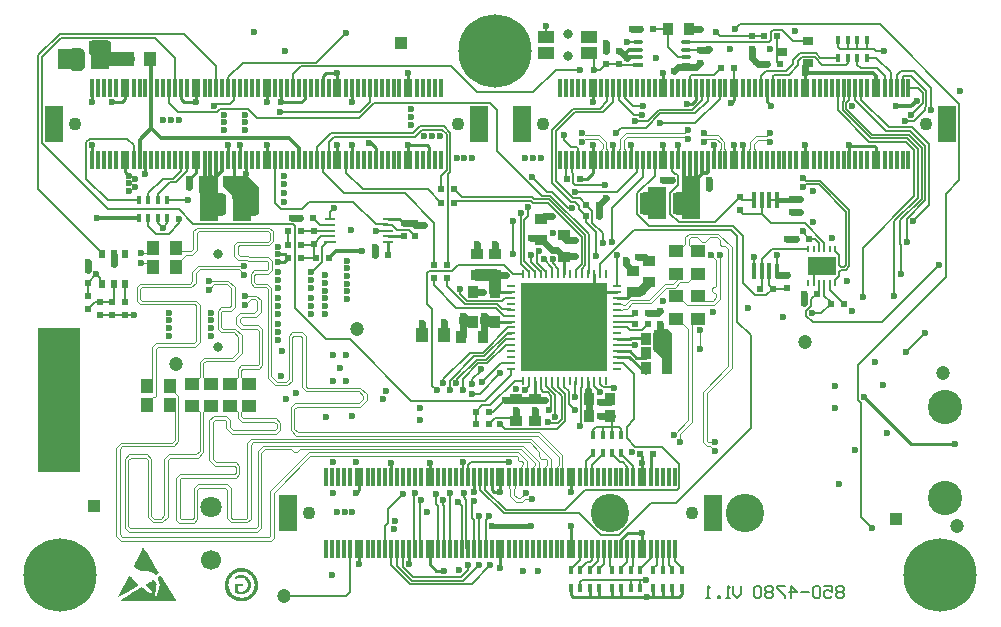
<source format=gbl>
G04 Layer_Physical_Order=6*
G04 Layer_Color=16711680*
%FSLAX44Y44*%
%MOMM*%
G71*
G01*
G75*
%ADD10R,1.3000X1.0000*%
%ADD11R,1.0000X0.9000*%
%ADD12R,0.6000X0.6000*%
%ADD13R,1.0000X1.3000*%
%ADD22R,1.6000X1.8000*%
%ADD26R,1.6000X2.7000*%
%ADD27R,0.6000X0.6000*%
%ADD37R,0.9000X1.0000*%
%ADD39R,1.0000X1.0000*%
%ADD60C,0.6000*%
%ADD61C,0.1500*%
%ADD62C,0.1250*%
%ADD63C,0.2000*%
%ADD64C,0.2500*%
%ADD65C,1.0000*%
%ADD67C,0.3000*%
%ADD68C,0.4000*%
%ADD69R,1.0000X1.0000*%
%ADD70C,1.2000*%
%ADD71C,0.8000*%
%ADD72C,6.2000*%
%ADD73C,1.1000*%
%ADD74C,2.9000*%
%ADD75C,1.7000*%
%ADD76C,1.8000*%
%ADD77C,3.2500*%
%ADD78C,0.6000*%
%ADD91R,1.4000X1.0000*%
%ADD92R,0.4500X0.7000*%
%ADD93R,0.7000X1.6000*%
%ADD94R,0.3000X1.6000*%
%ADD95R,1.6000X3.1000*%
%ADD96R,0.9000X0.6500*%
%ADD97O,0.9500X0.3000*%
%ADD98R,0.9500X0.3000*%
%ADD99R,1.0000X0.2500*%
%ADD100O,1.0000X0.2500*%
%ADD101R,0.6000X0.8000*%
%ADD102O,0.2000X0.6000*%
%ADD103R,2.4800X1.5800*%
%ADD104R,0.3000X1.4000*%
%ADD105O,0.3000X1.4000*%
%ADD106O,0.7000X0.2500*%
%ADD107O,0.2500X0.7000*%
%ADD108R,7.2500X7.5000*%
%ADD109C,0.8000*%
%ADD110C,0.1540*%
%ADD111C,0.2150*%
%ADD112C,1.2000*%
%ADD113R,3.6000X12.3000*%
%ADD114R,1.6000X1.7000*%
G36*
X545500Y232000D02*
Y204000D01*
X536500D01*
Y211500D01*
X529500Y218500D01*
Y232500D01*
X532500Y235500D01*
X542000D01*
X545500Y232000D01*
D02*
G37*
G36*
X377000Y242500D02*
Y241500D01*
X372500Y237000D01*
X368000D01*
X365000Y240000D01*
Y246000D01*
X368000Y249000D01*
X370500D01*
X377000Y242500D01*
D02*
G37*
G36*
X395000D02*
Y241500D01*
X390500Y237000D01*
X386000D01*
X383000Y240000D01*
Y246000D01*
X386000Y249000D01*
X388500D01*
X395000Y242500D01*
D02*
G37*
G36*
X98232Y49847D02*
X98407Y49614D01*
X98582Y49322D01*
X98873Y48914D01*
X99165Y48389D01*
X99515Y47864D01*
X99923Y47222D01*
X100390Y46523D01*
X101323Y44948D01*
X102373Y43198D01*
X103539Y41391D01*
X104647Y39466D01*
X105813Y37600D01*
X106921Y35792D01*
X107971Y34101D01*
X108438Y33343D01*
X108846Y32585D01*
X109254Y31943D01*
X109662Y31302D01*
X109954Y30777D01*
X110245Y30368D01*
X110479Y29960D01*
X110654Y29727D01*
X110712Y29552D01*
X110770Y29494D01*
X110479Y29144D01*
X110129Y28794D01*
X109721Y28502D01*
X109312Y28211D01*
X108904Y27919D01*
X108554Y27744D01*
X108263Y27627D01*
X108204Y27569D01*
X107621Y28152D01*
X107038Y28619D01*
X106396Y29027D01*
X105697Y29377D01*
X104297Y29960D01*
X102956Y30310D01*
X101731Y30543D01*
X101206Y30602D01*
X100739Y30660D01*
X100331Y30718D01*
X99806D01*
X98232Y30777D01*
X96832Y30893D01*
X95608Y31127D01*
X94500Y31418D01*
X93566Y31768D01*
X92750Y32118D01*
X92050Y32526D01*
X91467Y32993D01*
X90942Y33401D01*
X90534Y33809D01*
X90242Y34159D01*
X90009Y34509D01*
X89834Y34801D01*
X89717Y35034D01*
X89659Y35151D01*
Y35209D01*
X90301Y36492D01*
X90942Y37717D01*
X91525Y38825D01*
X92050Y39874D01*
X92517Y40866D01*
X92983Y41799D01*
X93450Y42674D01*
X93858Y43432D01*
X94208Y44190D01*
X94558Y44890D01*
X95141Y46056D01*
X95608Y47048D01*
X95957Y47864D01*
X96307Y48506D01*
X96482Y49030D01*
X96657Y49380D01*
X96774Y49614D01*
X96832Y49788D01*
X96890Y49905D01*
Y49963D01*
X98174D01*
X98232Y49847D01*
D02*
G37*
G36*
X181937Y33343D02*
X182928Y33226D01*
X183920Y32993D01*
X184853Y32759D01*
X185786Y32468D01*
X186602Y32118D01*
X187360Y31710D01*
X188060Y31360D01*
X188702Y30952D01*
X189226Y30543D01*
X189693Y30194D01*
X190101Y29902D01*
X190451Y29669D01*
X190684Y29435D01*
X190801Y29319D01*
X190859Y29260D01*
X191559Y28444D01*
X192201Y27627D01*
X192784Y26811D01*
X193250Y25936D01*
X193659Y25120D01*
X194009Y24245D01*
X194242Y23487D01*
X194475Y22671D01*
X194650Y21971D01*
X194767Y21329D01*
X194883Y20746D01*
X194942Y20221D01*
X195000Y19813D01*
Y19521D01*
Y19288D01*
Y19230D01*
X194942Y18122D01*
X194825Y17072D01*
X194592Y16080D01*
X194359Y15147D01*
X194067Y14273D01*
X193717Y13398D01*
X193309Y12640D01*
X192901Y11940D01*
X192551Y11298D01*
X192142Y10774D01*
X191793Y10307D01*
X191501Y9899D01*
X191268Y9549D01*
X191034Y9316D01*
X190918Y9199D01*
X190859Y9141D01*
X190043Y8441D01*
X189226Y7799D01*
X188410Y7274D01*
X187535Y6808D01*
X186719Y6400D01*
X185844Y6050D01*
X185086Y5758D01*
X184269Y5583D01*
X183570Y5408D01*
X182928Y5292D01*
X182345Y5175D01*
X181820Y5117D01*
X181412Y5058D01*
X180829D01*
X179721Y5117D01*
X178729Y5233D01*
X177738Y5408D01*
X176746Y5700D01*
X175872Y5991D01*
X175055Y6341D01*
X174297Y6750D01*
X173597Y7099D01*
X172956Y7508D01*
X172431Y7858D01*
X171964Y8207D01*
X171556Y8499D01*
X171206Y8791D01*
X170973Y8966D01*
X170856Y9082D01*
X170798Y9141D01*
X170040Y9957D01*
X169457Y10774D01*
X168873Y11590D01*
X168407Y12465D01*
X167999Y13340D01*
X167649Y14156D01*
X167415Y14972D01*
X167182Y15731D01*
X167007Y16489D01*
X166891Y17130D01*
X166774Y17713D01*
X166716Y18238D01*
X166657Y18647D01*
Y18996D01*
Y19171D01*
Y19230D01*
X166716Y20338D01*
X166832Y21329D01*
X167066Y22321D01*
X167299Y23312D01*
X167590Y24187D01*
X167940Y25003D01*
X168349Y25761D01*
X168698Y26461D01*
X169107Y27103D01*
X169515Y27627D01*
X169865Y28094D01*
X170156Y28502D01*
X170390Y28852D01*
X170623Y29086D01*
X170739Y29202D01*
X170798Y29260D01*
X171614Y30019D01*
X172431Y30602D01*
X173247Y31185D01*
X174122Y31651D01*
X174939Y32060D01*
X175813Y32410D01*
X176571Y32643D01*
X177388Y32876D01*
X178088Y33051D01*
X178729Y33168D01*
X179312Y33284D01*
X179837Y33343D01*
X180245Y33401D01*
X180829D01*
X181937Y33343D01*
D02*
G37*
G36*
X87851Y25703D02*
X88434Y24770D01*
X88901Y23953D01*
X89368Y23312D01*
X89776Y22787D01*
X90067Y22379D01*
X90301Y22087D01*
X90417Y21912D01*
X90476Y21854D01*
X93391Y19521D01*
Y18530D01*
X93216Y18413D01*
X92983Y18238D01*
X92633Y18005D01*
X92225Y17772D01*
X91817Y17480D01*
X91292Y17189D01*
X90126Y16547D01*
X88784Y15731D01*
X87326Y14914D01*
X85810Y14098D01*
X84294Y13223D01*
X82778Y12348D01*
X81320Y11590D01*
X79920Y10832D01*
X78753Y10132D01*
X78170Y9840D01*
X77704Y9607D01*
X77296Y9374D01*
X76946Y9141D01*
X76654Y9024D01*
X76421Y8907D01*
X76304Y8791D01*
X76246D01*
X76188Y8907D01*
X76129Y8966D01*
X76013D01*
X85227Y26403D01*
X87851Y25703D01*
D02*
G37*
G36*
X125058Y6166D02*
X125000Y5816D01*
X124883Y5525D01*
X124767Y5350D01*
X124592Y5175D01*
X124242Y5058D01*
X78345D01*
Y5875D01*
X78404Y5933D01*
X78579Y6108D01*
X78812Y6283D01*
X79162Y6516D01*
X79570Y6808D01*
X80095Y7099D01*
X80620Y7508D01*
X81261Y7858D01*
X82661Y8732D01*
X84177Y9724D01*
X85810Y10774D01*
X87501Y11823D01*
X89192Y12873D01*
X90825Y13864D01*
X92342Y14856D01*
X93741Y15672D01*
X94325Y16080D01*
X94849Y16372D01*
X95374Y16722D01*
X95782Y16955D01*
X96074Y17130D01*
X96307Y17305D01*
X96482Y17364D01*
X96541Y17422D01*
X97532Y16780D01*
X98407Y16022D01*
X99165Y15322D01*
X99806Y14622D01*
X100331Y13981D01*
X100739Y13456D01*
X101031Y13106D01*
X101089Y13048D01*
Y12990D01*
X104647Y11736D01*
Y13165D01*
X104589Y13514D01*
X104472Y13923D01*
X104414Y14273D01*
X104355Y14331D01*
Y14389D01*
X103597Y15089D01*
X102956Y15789D01*
X102373Y16372D01*
X101848Y16839D01*
X101439Y17305D01*
X101089Y17655D01*
X100798Y18005D01*
X100565Y18297D01*
X100273Y18705D01*
X100098Y18938D01*
X100040Y19055D01*
Y19113D01*
Y19696D01*
X101031Y20046D01*
X102023Y20513D01*
X102956Y21096D01*
X103889Y21737D01*
X104647Y22262D01*
X105288Y22729D01*
X105522Y22962D01*
X105638Y23079D01*
X105755Y23137D01*
X105813Y23195D01*
X106746D01*
X106921Y22671D01*
X107213Y22087D01*
X107621Y21504D01*
X108029Y21038D01*
X108438Y20571D01*
X108787Y20221D01*
X109021Y19929D01*
X109137Y19871D01*
X108904Y19171D01*
X108729Y18588D01*
X108612Y18122D01*
X108496Y17713D01*
Y17364D01*
X108438Y17130D01*
Y17014D01*
Y16955D01*
Y16780D01*
Y16547D01*
X108496Y16255D01*
X108554Y15556D01*
X108612Y15206D01*
X108671Y14914D01*
X108729Y14739D01*
Y14681D01*
X108321Y14214D01*
X108029Y13689D01*
X107854Y13165D01*
X107679Y12698D01*
X107621Y12290D01*
X107563Y11940D01*
Y11648D01*
Y11590D01*
Y11298D01*
X107621Y10774D01*
Y10365D01*
X107679Y10132D01*
X107738Y9899D01*
Y9782D01*
X107796Y9724D01*
X108263D01*
X109254Y10190D01*
X109312Y10249D01*
X109371Y10307D01*
X109429Y10365D01*
X109487D01*
X109895Y12698D01*
X110187Y13573D01*
X110479Y14448D01*
X110654Y15206D01*
X110887Y15964D01*
X111062Y16605D01*
X111179Y17247D01*
X111354Y18238D01*
X111470Y19055D01*
X111587Y19638D01*
Y19988D01*
Y20104D01*
X111354Y20921D01*
X111062Y21737D01*
X110770Y22554D01*
X110479Y23312D01*
X110187Y23953D01*
X109954Y24420D01*
X109779Y24770D01*
X109721Y24887D01*
X109895Y25178D01*
X110187Y25470D01*
X110887Y26053D01*
X111237Y26286D01*
X111529Y26461D01*
X111762Y26578D01*
X111820Y26636D01*
X112520D01*
X125058Y6166D01*
D02*
G37*
G36*
X161000Y354000D02*
X157500Y350500D01*
X144750D01*
Y365250D01*
X145000Y365500D01*
X161000D01*
Y354000D01*
D02*
G37*
G36*
X48000Y470500D02*
Y457500D01*
X45000Y454500D01*
X37500D01*
X33000Y459000D01*
Y469000D01*
X37500Y473500D01*
X45000D01*
X48000Y470500D01*
D02*
G37*
G36*
X70500Y477000D02*
Y469500D01*
X66000Y465000D01*
X56000D01*
X51500Y469500D01*
Y477000D01*
X54500Y480000D01*
X67500D01*
X70500Y477000D01*
D02*
G37*
G36*
X561000Y347000D02*
Y337000D01*
X556500Y332500D01*
X549000D01*
X546000Y335500D01*
Y348500D01*
X549000Y351500D01*
X556500D01*
X561000Y347000D01*
D02*
G37*
G36*
X168000Y347500D02*
Y334500D01*
X165000Y331500D01*
X157500D01*
X153000Y336000D01*
Y346000D01*
X157500Y350500D01*
X165000D01*
X168000Y347500D01*
D02*
G37*
G36*
X196000Y356000D02*
Y345500D01*
Y334500D01*
X193000Y331500D01*
X185500D01*
X181000Y336000D01*
Y345500D01*
X173000D01*
Y349500D01*
X165500Y357000D01*
Y365500D01*
X186500D01*
X196000Y356000D01*
D02*
G37*
G36*
X533000Y347000D02*
Y337000D01*
X528500Y332500D01*
X521000D01*
X518000Y335500D01*
Y348500D01*
X521000Y351500D01*
X528500D01*
X533000Y347000D01*
D02*
G37*
%LPC*%
G36*
X181295Y30310D02*
X180829D01*
X179954Y30252D01*
X179196Y30194D01*
X177679Y29785D01*
X176338Y29260D01*
X175172Y28677D01*
X174705Y28386D01*
X174297Y28094D01*
X173889Y27803D01*
X173597Y27569D01*
X173364Y27336D01*
X173131Y27161D01*
X173072Y27103D01*
X173014Y27044D01*
X172431Y26403D01*
X171906Y25761D01*
X171498Y25120D01*
X171148Y24420D01*
X170565Y23137D01*
X170156Y21912D01*
X169923Y20863D01*
X169865Y20396D01*
X169806Y19988D01*
X169748Y19696D01*
Y19405D01*
Y19288D01*
Y19230D01*
X169806Y18355D01*
X169865Y17597D01*
X170273Y16080D01*
X170798Y14739D01*
X171381Y13573D01*
X171673Y13048D01*
X171964Y12640D01*
X172256Y12232D01*
X172489Y11940D01*
X172722Y11707D01*
X172897Y11532D01*
X172956Y11415D01*
X173014Y11357D01*
X173655Y10774D01*
X174297Y10307D01*
X174939Y9899D01*
X175580Y9491D01*
X176921Y8907D01*
X178146Y8557D01*
X179196Y8324D01*
X179662Y8266D01*
X180070Y8207D01*
X180362Y8149D01*
X180829D01*
X181703Y8207D01*
X182461Y8266D01*
X183978Y8674D01*
X185319Y9141D01*
X186486Y9782D01*
X187010Y10074D01*
X187419Y10365D01*
X187827Y10599D01*
X188118Y10832D01*
X188352Y11065D01*
X188527Y11240D01*
X188643Y11298D01*
X188702Y11357D01*
X189285Y11998D01*
X189751Y12640D01*
X190160Y13281D01*
X190568Y13981D01*
X191151Y15264D01*
X191501Y16547D01*
X191734Y17597D01*
X191793Y18063D01*
X191851Y18471D01*
X191909Y18763D01*
Y19055D01*
Y19171D01*
Y19230D01*
X191851Y20046D01*
X191793Y20863D01*
X191384Y22379D01*
X190918Y23720D01*
X190276Y24828D01*
X189985Y25353D01*
X189693Y25761D01*
X189460Y26170D01*
X189226Y26461D01*
X188993Y26694D01*
X188818Y26869D01*
X188760Y26986D01*
X188702Y27044D01*
X188060Y27627D01*
X187419Y28152D01*
X186777Y28561D01*
X186077Y28911D01*
X184794Y29494D01*
X183511Y29902D01*
X182461Y30135D01*
X181995Y30194D01*
X181587Y30252D01*
X181295Y30310D01*
D02*
G37*
%LPD*%
G36*
X181820Y27161D02*
X182403Y27103D01*
X182870Y26986D01*
X183278Y26869D01*
X183628Y26811D01*
X183803Y26694D01*
X183861D01*
X184853Y26228D01*
X185319Y25936D01*
X185669Y25703D01*
X185961Y25470D01*
X186194Y25236D01*
X186311Y25120D01*
X186369Y25062D01*
X187069Y24187D01*
X187594Y23370D01*
X187827Y23020D01*
X187943Y22729D01*
X188002Y22496D01*
X188060Y22437D01*
X188410Y21271D01*
X188527Y20746D01*
X188585Y20221D01*
Y19755D01*
X188643Y19405D01*
Y19171D01*
Y19113D01*
Y18413D01*
X188585Y17830D01*
X188468Y17247D01*
X188352Y16780D01*
X188293Y16372D01*
X188177Y16022D01*
X188118Y15847D01*
Y15789D01*
X187652Y14798D01*
X187360Y14331D01*
X187127Y13981D01*
X186894Y13689D01*
X186719Y13456D01*
X186602Y13340D01*
X186544Y13281D01*
X185669Y12640D01*
X184853Y12115D01*
X184503Y11940D01*
X184211Y11823D01*
X184036Y11707D01*
X183978D01*
X182811Y11357D01*
X182287Y11240D01*
X181762Y11182D01*
X181295D01*
X180945Y11123D01*
X180187D01*
X179779Y11182D01*
X179371D01*
X178904Y11298D01*
X178496Y11357D01*
X178263Y11415D01*
X178146D01*
X177679Y11532D01*
X177271Y11648D01*
X177038Y11765D01*
X176921D01*
X176513Y11940D01*
X176163Y12115D01*
X175930Y12173D01*
X175872Y12232D01*
X175638Y12290D01*
X175522Y12406D01*
X175463Y12465D01*
Y12523D01*
X175347Y12873D01*
Y12990D01*
Y13048D01*
Y19171D01*
X175405Y19521D01*
X175463Y19696D01*
X175522Y19813D01*
X175580Y19871D01*
X175755Y19988D01*
X175930Y20046D01*
X181470D01*
X181528Y19988D01*
X181587Y19871D01*
X181645Y19813D01*
X181703Y19755D01*
Y19638D01*
X181762Y19580D01*
Y19521D01*
Y19230D01*
Y19171D01*
Y19113D01*
Y18763D01*
Y18705D01*
Y18647D01*
X181703Y18413D01*
X181645Y18355D01*
Y18297D01*
X181587Y18180D01*
X181528Y18122D01*
X177854D01*
Y13864D01*
X178321Y13689D01*
X178729Y13514D01*
X179021Y13456D01*
X179079Y13398D01*
X179137D01*
X179662Y13281D01*
X180070Y13223D01*
X180537D01*
X181412Y13281D01*
X182112Y13398D01*
X182345Y13456D01*
X182578Y13514D01*
X182695Y13573D01*
X182753D01*
X183453Y13923D01*
X183978Y14331D01*
X184211Y14506D01*
X184386Y14622D01*
X184444Y14681D01*
X184503Y14739D01*
X184969Y15381D01*
X185319Y16022D01*
X185436Y16255D01*
X185552Y16489D01*
X185611Y16605D01*
Y16664D01*
X185844Y17538D01*
X185961Y18355D01*
X186019Y18705D01*
Y18996D01*
Y19171D01*
Y19230D01*
X185961Y20163D01*
X185902Y20571D01*
X185844Y20979D01*
X185786Y21271D01*
X185727Y21504D01*
X185669Y21621D01*
Y21679D01*
X185319Y22437D01*
X184969Y23020D01*
X184794Y23254D01*
X184678Y23429D01*
X184561Y23487D01*
Y23545D01*
X183978Y24070D01*
X183453Y24420D01*
X183220Y24537D01*
X183045Y24653D01*
X182928Y24712D01*
X182870D01*
X182053Y25003D01*
X181295Y25120D01*
X181004Y25178D01*
X180537D01*
X179721Y25120D01*
X179137Y25062D01*
X178904Y25003D01*
X178729D01*
X178671Y24945D01*
X178612D01*
X178029Y24828D01*
X177621Y24653D01*
X177330Y24537D01*
X177213Y24478D01*
X176805Y24303D01*
X176513Y24187D01*
X176338Y24070D01*
X176280Y24012D01*
X176047Y23895D01*
X175872Y23837D01*
X175813Y23779D01*
X175755D01*
X175638Y23837D01*
X175580D01*
X175463Y23953D01*
Y24012D01*
X175405Y24245D01*
Y24303D01*
Y24362D01*
X175347Y24712D01*
Y24770D01*
Y24828D01*
Y25178D01*
Y25353D01*
X175405Y25470D01*
Y25528D01*
X175522Y25820D01*
X175580Y25936D01*
X175638D01*
X175813Y26053D01*
X175988Y26170D01*
X176163Y26286D01*
X176222D01*
X176513Y26461D01*
X176863Y26636D01*
X177096Y26694D01*
X177155Y26753D01*
X177213D01*
X177738Y26928D01*
X178204Y27044D01*
X178554Y27103D01*
X178729D01*
X179371Y27219D01*
X179954Y27278D01*
X181237D01*
X181820Y27161D01*
D02*
G37*
D10*
X567000Y301500D02*
D03*
Y282500D02*
D03*
X549000Y263500D02*
D03*
Y282500D02*
D03*
Y301500D02*
D03*
Y282500D02*
D03*
Y263500D02*
D03*
Y244500D02*
D03*
X567000Y263500D02*
D03*
Y244500D02*
D03*
Y263500D02*
D03*
Y282500D02*
D03*
X155000Y170500D02*
D03*
Y189500D02*
D03*
X139000Y170500D02*
D03*
Y189500D02*
D03*
X187000Y170500D02*
D03*
Y189500D02*
D03*
X171000Y170500D02*
D03*
Y189500D02*
D03*
D11*
X454000Y297000D02*
D03*
Y315000D02*
D03*
X429000Y176000D02*
D03*
Y158000D02*
D03*
X512000Y267000D02*
D03*
Y285000D02*
D03*
X413000Y158000D02*
D03*
Y176000D02*
D03*
X434500Y329000D02*
D03*
Y311000D02*
D03*
X395000Y281000D02*
D03*
Y299000D02*
D03*
X525500Y293500D02*
D03*
Y275500D02*
D03*
X380500Y299000D02*
D03*
Y281000D02*
D03*
D12*
X535000Y239500D02*
D03*
Y250500D02*
D03*
X71500Y258500D02*
D03*
Y247500D02*
D03*
X50500Y263500D02*
D03*
Y252500D02*
D03*
X61000Y258500D02*
D03*
Y247500D02*
D03*
X82000D02*
D03*
Y258500D02*
D03*
X613000Y483500D02*
D03*
Y472500D02*
D03*
X500000Y471000D02*
D03*
Y460000D02*
D03*
X318000Y325500D02*
D03*
Y314500D02*
D03*
X328000Y314500D02*
D03*
Y325500D02*
D03*
X489500Y460000D02*
D03*
Y471000D02*
D03*
X569000Y460500D02*
D03*
Y471500D02*
D03*
X50500Y285500D02*
D03*
Y274500D02*
D03*
X642500Y270000D02*
D03*
Y281000D02*
D03*
X646500Y334529D02*
D03*
Y345529D02*
D03*
X602500Y347000D02*
D03*
Y336000D02*
D03*
X242000Y318500D02*
D03*
Y307500D02*
D03*
X344000Y290250D02*
D03*
Y279250D02*
D03*
X355000Y290250D02*
D03*
Y279250D02*
D03*
D13*
X352500Y230500D02*
D03*
X333500D02*
D03*
X84500Y464000D02*
D03*
X103500D02*
D03*
X106000Y304000D02*
D03*
X125000D02*
D03*
X106000Y288000D02*
D03*
X125000D02*
D03*
X120000Y187500D02*
D03*
X101000D02*
D03*
X120000Y171500D02*
D03*
X101000D02*
D03*
D22*
X33000Y464000D02*
D03*
X61000D02*
D03*
D26*
X153000Y341000D02*
D03*
X181000D02*
D03*
X561000Y342000D02*
D03*
X533000D02*
D03*
D27*
X136678Y362500D02*
D03*
X147678D02*
D03*
X630500Y269931D02*
D03*
X619500D02*
D03*
X483500Y331000D02*
D03*
X472500D02*
D03*
X483500Y341000D02*
D03*
X472500D02*
D03*
X220500Y307000D02*
D03*
X231500D02*
D03*
X634500Y483500D02*
D03*
X623500D02*
D03*
X467000Y363000D02*
D03*
X456000D02*
D03*
X529000Y490000D02*
D03*
X518000D02*
D03*
X293500Y298000D02*
D03*
X304500D02*
D03*
X514000Y249000D02*
D03*
X525000D02*
D03*
X545000Y362000D02*
D03*
X556000D02*
D03*
X577000D02*
D03*
X566000D02*
D03*
X168678Y362500D02*
D03*
X157678D02*
D03*
X525000Y240000D02*
D03*
X514000D02*
D03*
X361000Y354000D02*
D03*
X350000D02*
D03*
X379000Y165500D02*
D03*
X390000D02*
D03*
X361000Y342500D02*
D03*
X350000D02*
D03*
X636500Y460000D02*
D03*
X625500D02*
D03*
X679500Y256931D02*
D03*
X690500D02*
D03*
X661500Y312000D02*
D03*
X650500D02*
D03*
X667700Y265431D02*
D03*
X656700D02*
D03*
X597500Y456500D02*
D03*
X586500D02*
D03*
X379000Y155500D02*
D03*
X390000D02*
D03*
X230500Y330000D02*
D03*
X241500D02*
D03*
X243500Y296000D02*
D03*
X254500D02*
D03*
X231500D02*
D03*
X220500D02*
D03*
X231500Y319000D02*
D03*
X220500D02*
D03*
X518500Y129999D02*
D03*
X529500D02*
D03*
D37*
X395000Y242000D02*
D03*
X377000D02*
D03*
X395000Y267001D02*
D03*
X377000D02*
D03*
X542000Y490000D02*
D03*
X560000D02*
D03*
X523000Y227000D02*
D03*
X541000D02*
D03*
X367000Y228500D02*
D03*
X385000D02*
D03*
X493000Y176000D02*
D03*
X475000D02*
D03*
X541000Y203000D02*
D03*
X523000D02*
D03*
X493000Y162000D02*
D03*
X475000D02*
D03*
X541000Y215000D02*
D03*
X523000D02*
D03*
D39*
X56000Y86000D02*
D03*
D60*
X532500Y232500D02*
X535000Y235000D01*
Y239500D01*
X533500Y249000D02*
X535000Y250500D01*
X525000Y249000D02*
X533500D01*
X333500Y230500D02*
Y241000D01*
X352499Y230501D02*
Y241500D01*
Y230501D02*
X352500Y230500D01*
X403999Y175500D02*
X438000D01*
X521999Y296999D02*
X522000Y297000D01*
X516499Y296999D02*
X521999D01*
X522000Y297000D02*
X525500Y293500D01*
X512000Y267000D02*
X517000D01*
X395000Y281000D02*
X395001Y280999D01*
X395000Y281000D02*
X395000Y281000D01*
X395001Y280999D02*
X404499D01*
X380500Y299000D02*
Y307500D01*
X432499Y312999D02*
X432500Y313000D01*
X425499Y312999D02*
X432499D01*
X432500Y313000D02*
X434500Y311000D01*
X452893Y313892D02*
X455785Y310999D01*
X452893Y313892D02*
X454000Y315000D01*
X436500Y331000D02*
X436501Y330999D01*
X443999D01*
X434500Y329000D02*
X436500Y331000D01*
X451999Y297000D02*
Y298106D01*
X454000Y297000D02*
X454000Y297000D01*
X451999Y297000D02*
X454000D01*
X447606Y302499D02*
X451999Y298106D01*
X443501Y302499D02*
X447606D01*
X435000Y311000D02*
X443501Y302499D01*
X434500Y311000D02*
X435000D01*
X368000Y240000D02*
X370000Y242000D01*
X368000Y229500D02*
Y240000D01*
X367000Y228500D02*
X368000Y229500D01*
X386000Y229500D02*
Y240000D01*
X385000Y228500D02*
X386000Y229500D01*
Y240000D02*
X388000Y242000D01*
X395000D01*
X438000Y175500D02*
X438000Y175500D01*
X413000Y158000D02*
Y166999D01*
X642999Y311999D02*
X650499D01*
X650500Y312000D01*
X646530Y345499D02*
X653999D01*
X646530Y334499D02*
X653999D01*
X646500Y345529D02*
X646530Y345499D01*
X646500Y334529D02*
X646530Y334499D01*
X575500Y471500D02*
X576500Y472500D01*
X569000Y471500D02*
X575500D01*
X656999Y257999D02*
Y265132D01*
X642500Y281000D02*
X642501Y280999D01*
X656700Y265431D02*
X656999Y265132D01*
X537999Y361999D02*
X544999D01*
X545000Y362000D01*
X483500Y341000D02*
X489249Y346749D01*
X489407D01*
X475000Y164000D02*
Y176000D01*
X475000Y176000D02*
X475044Y175957D01*
X328001Y323999D02*
X335499D01*
X328000Y324000D02*
X328001Y323999D01*
X506499Y290501D02*
Y293999D01*
Y290501D02*
X512000Y285000D01*
X635500Y281000D02*
X642500D01*
X72500Y291000D02*
Y298000D01*
X613000Y465000D02*
X616500Y461500D01*
X618000Y460000D01*
X504500Y468000D02*
X507000Y465500D01*
X501500Y471000D02*
X504500Y468000D01*
X500000Y471000D02*
X501500D01*
X510999Y489999D02*
X517999D01*
X518000Y490000D01*
X550000Y457500D02*
X566000D01*
X547000Y454500D02*
X550000Y457500D01*
X566000D02*
X569000Y460500D01*
X658000Y452499D02*
Y458000D01*
X660500Y460500D01*
X613000Y465000D02*
Y472500D01*
X618000Y460000D02*
X625500D01*
X560000Y490000D02*
X569000D01*
X489500Y471000D02*
Y478000D01*
X483500Y331000D02*
Y341000D01*
X475000Y162001D02*
X475001Y162000D01*
X395000Y299000D02*
Y308000D01*
X377000Y267001D02*
X385500D01*
X576999Y354999D02*
Y361999D01*
X136678Y355500D02*
Y362500D01*
X318000Y325500D02*
X328000D01*
X318000Y325500D02*
X318000Y325500D01*
X223500Y330000D02*
X230500D01*
X428999Y158001D02*
X429000Y158000D01*
X428999Y158001D02*
Y167000D01*
X50500Y285500D02*
Y292500D01*
X493000Y162001D02*
X494500D01*
X484500Y162000D02*
X493000D01*
X484500Y174000D02*
X493000D01*
X474000Y177000D02*
X475000Y176000D01*
X474000Y177000D02*
Y184000D01*
X293500Y298000D02*
Y305000D01*
X454500Y297500D02*
X463000D01*
X454000Y297000D02*
X454500Y297500D01*
X455785Y310999D02*
X463499D01*
D61*
X412575Y192000D02*
X419000D01*
X391575Y171000D02*
X412575Y192000D01*
X384500Y171000D02*
X391575D01*
X342500Y187499D02*
X345999Y184000D01*
X342500Y187499D02*
Y252500D01*
X338000Y257000D02*
X342500Y252500D01*
X338000Y257000D02*
Y283000D01*
X403000Y290000D02*
X411000Y282000D01*
X419000D01*
X364000Y290000D02*
X403000D01*
X358750Y284750D02*
X364000Y290000D01*
X420249Y292951D02*
X429000Y284200D01*
X420249Y292951D02*
Y328249D01*
X423499Y331499D01*
X417249Y290951D02*
X424000Y284200D01*
X417249Y290951D02*
Y333249D01*
X417500Y333500D01*
X468749Y290749D02*
Y313674D01*
X439923Y342500D02*
X468749Y313674D01*
X427423Y342500D02*
X439923D01*
X471749Y289506D02*
Y314917D01*
X441166Y345500D02*
X471749Y314917D01*
X428666Y345500D02*
X441166D01*
X474749Y282749D02*
Y316159D01*
X442408Y348500D02*
X474749Y316159D01*
X435075Y348500D02*
X442408D01*
X397000Y386575D02*
X435075Y348500D01*
X439500Y351500D02*
X443743D01*
X427000Y364000D02*
X439500Y351500D01*
X443743D02*
X457243Y338000D01*
X426916Y347249D02*
X428666Y345500D01*
X425674Y344249D02*
X427423Y342500D01*
X431250Y300357D02*
X432749Y301856D01*
X431250Y291950D02*
Y300357D01*
X449000Y282000D02*
Y286743D01*
X444499Y291243D02*
X449000Y286743D01*
X444499Y291243D02*
Y294999D01*
X444000Y282000D02*
Y287500D01*
X436500Y295000D02*
X444000Y287500D01*
X431250Y291950D02*
X439000Y284200D01*
X425999Y292201D02*
X434000Y284200D01*
X429000Y282000D02*
Y284200D01*
X439000Y282000D02*
Y284200D01*
X434000Y282000D02*
Y284200D01*
X424000Y282000D02*
Y284200D01*
X425999Y292201D02*
Y297999D01*
X371568Y259750D02*
X401750D01*
X370325Y256750D02*
X397175D01*
X355000Y272075D02*
X370325Y256750D01*
X355000Y272075D02*
Y279250D01*
X362750Y253750D02*
X395932D01*
X344000Y272500D02*
X362750Y253750D01*
X395932D02*
X402682Y247000D01*
X366000Y265318D02*
X371568Y259750D01*
X397175Y256750D02*
X401675Y252250D01*
X408750D01*
X409000Y252000D01*
X385250Y215750D02*
X406500Y237000D01*
X405493Y231750D02*
X408750D01*
X386493Y212750D02*
X405493Y231750D01*
X404478Y222250D02*
X408750D01*
X388978Y206750D02*
X404478Y222250D01*
X400500Y207000D02*
X409000D01*
X383999Y190500D02*
X400500Y207000D01*
X381325Y206750D02*
X388978D01*
X380083Y209750D02*
X387735D01*
X377825Y212750D02*
X386493D01*
X404985Y227000D02*
X409000D01*
X387735Y209750D02*
X404985Y227000D01*
X406500Y237000D02*
X409000D01*
X374037Y215750D02*
X385250D01*
X357000Y191925D02*
X377825Y212750D01*
X357000Y184000D02*
Y191925D01*
X362499Y192167D02*
X380083Y209750D01*
X362499Y190000D02*
Y192167D01*
X367999Y193424D02*
X381325Y206750D01*
X367999Y184000D02*
Y193424D01*
X351750Y193463D02*
X374037Y215750D01*
X387078Y175000D02*
X409000Y196922D01*
X324500Y175000D02*
X387078D01*
X272500Y227000D02*
X324500Y175000D01*
X409000Y196922D02*
Y202000D01*
X379000Y165500D02*
X384500Y171000D01*
X379000Y155500D02*
Y165500D01*
X421000Y184000D02*
X424000Y187000D01*
X421000Y184000D02*
X421000Y184000D01*
X420136D02*
X421000D01*
X424000Y187000D02*
Y192000D01*
X403750Y151250D02*
X447917D01*
X400000Y155000D02*
X403750Y151250D01*
X469007Y286765D02*
X471749Y289506D01*
X469007Y282007D02*
Y286765D01*
X464000Y286000D02*
X468749Y290749D01*
X464000Y282000D02*
Y286000D01*
X664393Y241181D02*
X723181D01*
X658749Y246825D02*
X664393Y241181D01*
X658749Y246825D02*
Y251174D01*
X663000Y255425D01*
Y260731D01*
X667700Y265431D01*
X743000Y216000D02*
X759500Y232500D01*
X694000Y461000D02*
Y465500D01*
X692500Y459500D02*
X694000Y461000D01*
X672432Y459500D02*
X692500D01*
X750000Y454000D02*
X764500Y439500D01*
X739000Y454000D02*
X750000D01*
X735500Y450500D02*
X739000Y454000D01*
X735500Y440000D02*
Y450500D01*
X747932Y450250D02*
X760750Y437432D01*
X740500Y450250D02*
X747932D01*
X740500Y440000D02*
Y450250D01*
X725500Y440000D02*
Y449500D01*
X718751Y456249D02*
X725500Y449500D01*
X705251Y456249D02*
X718751D01*
X702000Y459500D02*
X705251Y456249D01*
X702000Y459500D02*
Y465500D01*
X638432Y488750D02*
X647682Y479500D01*
X630568Y488750D02*
X638432D01*
X629250Y487432D02*
X630568Y488750D01*
X586000Y483500D02*
X613000D01*
X582500Y487000D02*
X586000Y483500D01*
X656500Y363250D02*
X658750Y361000D01*
X658750Y358000D02*
X669500D01*
X656500Y355750D02*
X658750Y358000D01*
X181750Y461250D02*
X244250D01*
X169500Y449000D02*
X181750Y461250D01*
X244250D02*
X269000Y486000D01*
X658750Y361000D02*
X670743D01*
X461324Y346250D02*
X467250D01*
X472500Y341000D01*
X446750Y360824D02*
X461324Y346250D01*
X443750Y359581D02*
X460081Y343250D01*
X463175D01*
X466250Y340175D01*
Y337081D02*
Y340175D01*
Y337081D02*
X472331Y331000D01*
X446750Y360824D02*
Y402993D01*
X453999Y396001D02*
Y399999D01*
Y396001D02*
X460000Y390000D01*
X443750Y359581D02*
Y404235D01*
X461515Y422000D01*
X446750Y402993D02*
X462757Y419000D01*
X460000Y390000D02*
X464000D01*
X465500Y388500D01*
Y379000D02*
Y388500D01*
X460500Y368182D02*
Y379000D01*
Y368182D02*
X461750Y366932D01*
X550250Y357175D02*
Y365932D01*
X543750Y350675D02*
X550250Y357175D01*
X543750Y333325D02*
Y350675D01*
Y333325D02*
X550825Y326250D01*
X463068Y357750D02*
X488750D01*
X461750Y359068D02*
X463068Y357750D01*
X461750Y359068D02*
Y366932D01*
X472331Y331000D02*
X472500D01*
X499060Y351999D02*
X515500Y368439D01*
X462999Y351999D02*
X499060D01*
X455500Y363500D02*
Y379000D01*
Y363500D02*
X456000Y363000D01*
X462757Y419000D02*
X487000D01*
X472500Y326507D02*
Y331000D01*
X477750Y325500D02*
Y335750D01*
X472500Y341000D02*
X477750Y335750D01*
X338000Y283000D02*
X339750Y284750D01*
X358750D01*
X401750Y259750D02*
X404000Y262000D01*
X252000Y227000D02*
X272500D01*
X225750Y253250D02*
X252000Y227000D01*
X225750Y253250D02*
Y322932D01*
X490500Y428500D02*
Y440000D01*
X484000Y422000D02*
X490500Y428500D01*
X461515Y422000D02*
X484000D01*
X495500Y427500D02*
Y440000D01*
X487000Y419000D02*
X495500Y427500D01*
X498000Y401500D02*
X502500Y406000D01*
X514000Y411750D02*
X524750D01*
X523243Y406000D02*
X535492Y418249D01*
X502500Y406000D02*
X523243D01*
X499000Y207000D02*
X504078D01*
X454500Y82500D02*
X471750Y99750D01*
X551250Y101068D02*
Y121750D01*
X549932Y99750D02*
X551250Y101068D01*
X471750Y99750D02*
X549932D01*
X159500Y440000D02*
Y458000D01*
X132250Y485250D02*
X159500Y458000D01*
X26750Y485250D02*
X132250D01*
X28250Y482250D02*
X107250D01*
X124500Y465000D01*
Y440000D02*
Y465000D01*
X8750Y467250D02*
X26750Y485250D01*
X11750Y465750D02*
X28250Y482250D01*
X11750Y393068D02*
Y465750D01*
X8750Y354250D02*
Y467250D01*
Y354250D02*
X63000Y300000D01*
X11750Y393068D02*
X67818Y337000D01*
X127500D01*
X63000Y299000D02*
Y300000D01*
X279993Y414250D02*
X292993Y427250D01*
X194175Y414250D02*
X279993D01*
X292993Y427250D02*
X390932D01*
X289500Y428000D02*
Y440000D01*
X281000Y419500D02*
X289500Y428000D01*
X213500Y419500D02*
X281000D01*
X390932Y427250D02*
X397000Y421182D01*
X186175Y422250D02*
X194175Y414250D01*
X162675Y422250D02*
X186175D01*
X118000Y344500D02*
X135500D01*
X169500Y440000D02*
Y449000D01*
X524750Y411750D02*
X534249Y421249D01*
X512939Y417000D02*
X519500D01*
X500500Y429439D02*
X512939Y417000D01*
X500500Y429439D02*
Y440000D01*
X535492Y418249D02*
X565082D01*
X534249Y421249D02*
X562310D01*
X585500Y430500D02*
Y440000D01*
X565000Y410000D02*
X585500Y430500D01*
X535500Y410000D02*
X565000D01*
X570500Y429439D02*
Y440000D01*
X562310Y421249D02*
X570500Y429439D01*
X575500Y428668D02*
Y440000D01*
X565082Y418249D02*
X575500Y428668D01*
X366000Y265318D02*
Y269500D01*
X404000Y262000D02*
X409000D01*
X512000Y424500D02*
X521000D01*
X505500Y431000D02*
X512000Y424500D01*
X505500Y431000D02*
Y440000D01*
X119500Y427000D02*
Y440000D01*
Y427000D02*
X127250Y419250D01*
X159675D01*
X162675Y422250D01*
X159000Y426000D02*
X171061D01*
X157500Y424500D02*
X159000Y426000D01*
X174500Y429439D02*
Y440000D01*
X171061Y426000D02*
X174500Y429439D01*
X515500Y368439D02*
Y379000D01*
X338500Y354000D02*
X350000Y342500D01*
X283500Y354000D02*
X338500D01*
X267500Y350500D02*
X319000D01*
X249500Y368500D02*
X267500Y350500D01*
X249500Y368500D02*
Y379000D01*
X319000Y350500D02*
X344000Y325500D01*
X269500Y368000D02*
X283500Y354000D01*
X269500Y368000D02*
Y379000D01*
X350000Y354000D02*
Y365500D01*
X354500Y370000D01*
X355500Y366757D02*
X357500Y368757D01*
Y401743D01*
X355500Y290750D02*
Y366757D01*
X354500Y370000D02*
Y400500D01*
X350750Y404250D02*
X354500Y400500D01*
X351993Y407250D02*
X357500Y401743D01*
X333325Y404250D02*
X350750D01*
X332083Y407250D02*
X351993D01*
X327325Y398249D02*
X333325Y404250D01*
X258749Y398249D02*
X327325D01*
X326082Y401249D02*
X332083Y407250D01*
X256189Y401249D02*
X326082D01*
X244500Y389561D02*
X256189Y401249D01*
X254500Y394000D02*
X258749Y398249D01*
X244500Y379000D02*
Y389561D01*
X254500Y379000D02*
Y394000D01*
X355000Y290250D02*
X355500Y290750D01*
X238249Y343249D02*
X275251D01*
X232000Y337000D02*
X238249Y343249D01*
X214500Y337000D02*
X232000D01*
X209500Y342000D02*
X214500Y337000D01*
X209500Y342000D02*
Y379000D01*
X344000Y290250D02*
Y325500D01*
Y272500D02*
Y279250D01*
X402682Y247000D02*
X409000D01*
X275251Y343249D02*
X294250Y324250D01*
X304250D01*
X625250Y264681D02*
X630500Y269931D01*
X615568Y264681D02*
X625250D01*
X605500Y274749D02*
X615568Y264681D01*
X605500Y274749D02*
Y314500D01*
X596750Y323250D02*
X605500Y314500D01*
X525825Y323250D02*
X596750D01*
X515750Y333325D02*
X525825Y323250D01*
X550825Y326250D02*
X581750D01*
X515750Y333325D02*
Y350675D01*
X530500Y365425D01*
Y379000D01*
X128000Y325000D02*
Y329000D01*
X119250Y316250D02*
X128000Y325000D01*
X108250Y316250D02*
X119250D01*
X102000Y322500D02*
X108250Y316250D01*
X102000Y322500D02*
Y329500D01*
X304250Y324250D02*
X304500Y324000D01*
X500000Y460000D02*
X500779Y459221D01*
X516721D01*
X489500Y460000D02*
X500000D01*
X484500Y455000D02*
X489500Y460000D01*
X479500Y455000D02*
X484500D01*
X475000Y469000D02*
X479500Y464500D01*
Y455000D02*
Y464500D01*
X520500Y364000D02*
Y379000D01*
X499000Y272000D02*
Y298000D01*
X750500Y348153D02*
Y387068D01*
X707000Y263000D02*
Y304653D01*
X750500Y348153D01*
X733500Y326910D02*
X753500Y346910D01*
X738700Y327867D02*
X756853Y346021D01*
X743950Y328875D02*
X759854Y344778D01*
X743950Y309450D02*
Y328875D01*
X753500Y346910D02*
Y388311D01*
X738700Y307275D02*
Y327867D01*
X733500Y264000D02*
Y326910D01*
X723181Y241181D02*
X771500Y289500D01*
X738988Y282012D02*
Y306988D01*
X738700Y307275D02*
X738988Y306988D01*
X759854Y344778D02*
Y390442D01*
X756853Y346021D02*
Y389200D01*
X743243Y394325D02*
X750500Y387068D01*
X712265Y394325D02*
X743243D01*
X744485Y397325D02*
X753500Y388311D01*
X713507Y397325D02*
X744485D01*
X745728Y400325D02*
X756853Y389200D01*
X762853Y340354D02*
Y392146D01*
X749200Y326700D02*
X762853Y340354D01*
X746971Y403325D02*
X759854Y390442D01*
X748675Y406325D02*
X762853Y392146D01*
X714750Y400325D02*
X745728D01*
X726599Y403325D02*
X746971D01*
X728614Y406325D02*
X748675D01*
X700500Y429424D02*
Y440000D01*
Y429424D02*
X726599Y403325D01*
X695500Y429425D02*
Y440000D01*
X692750Y426674D02*
X695500Y429425D01*
X692750Y422325D02*
X714750Y400325D01*
X692750Y422325D02*
Y426674D01*
X690500Y428667D02*
Y440000D01*
X689750Y427917D02*
X690500Y428667D01*
X689750Y421083D02*
X713507Y397325D01*
X689750Y421083D02*
Y427917D01*
X685500Y421090D02*
Y440000D01*
Y421090D02*
X712265Y394325D01*
X705500Y429439D02*
X728614Y406325D01*
X705500Y429439D02*
Y440000D01*
X665932Y466000D02*
X672432Y459500D01*
X764500Y421000D02*
Y439500D01*
X750099Y411750D02*
X759250Y420901D01*
Y423175D01*
X760750Y424675D01*
Y437432D01*
X753500Y440000D02*
X757750Y435750D01*
Y426825D02*
Y435750D01*
X745500Y440000D02*
X753500D01*
X747925Y417000D02*
X757750Y426825D01*
X742675Y411750D02*
X750099D01*
X742500Y411575D02*
X742675Y411750D01*
X581750Y326250D02*
X602500Y347000D01*
X548932Y367250D02*
X550250Y365932D01*
X547500Y367250D02*
X548932D01*
X545500Y369250D02*
X547500Y367250D01*
X545500Y369250D02*
Y379000D01*
X272500Y13000D02*
Y49000D01*
X512500Y110000D02*
Y120000D01*
X502500Y130000D02*
X512500Y120000D01*
X502500Y130000D02*
Y131000D01*
X692500Y290000D02*
Y335000D01*
X691000Y288500D02*
X692500Y290000D01*
X669500Y358000D02*
X692500Y335000D01*
X688000Y288500D02*
X691000D01*
X686650Y289850D02*
X688000Y288500D01*
X683250Y301750D02*
Y303550D01*
X686650Y289850D02*
Y298350D01*
X683250Y301750D02*
X686650Y298350D01*
X695500Y288757D02*
Y336243D01*
X692243Y285500D02*
X695500Y288757D01*
X688000Y285500D02*
X692243D01*
X670743Y361000D02*
X695500Y336243D01*
X686650Y284150D02*
X688000Y285500D01*
X683250Y276750D02*
X686650Y280150D01*
Y284150D01*
X683250Y274550D02*
Y276750D01*
X61000Y258500D02*
X71500D01*
X56500D02*
X61000D01*
X50500Y252500D02*
X56500Y258500D01*
X71500D02*
X72500Y259500D01*
Y274000D01*
X82000Y258500D02*
Y274000D01*
X613000Y483500D02*
X623500D01*
X556721Y478721D02*
X598721D01*
X599192Y478250D01*
X627432D01*
X634500Y462000D02*
Y483500D01*
Y462000D02*
X636500Y460000D01*
X647682Y479500D02*
X660500D01*
X629250Y480068D02*
Y487432D01*
X627432Y478250D02*
X629250Y480068D01*
X550779Y465721D02*
X556721D01*
X542000Y474500D02*
X550779Y465721D01*
X542000Y474500D02*
Y490000D01*
X529000D02*
X542000D01*
X562000Y451000D02*
X581000D01*
X560500Y449500D02*
X562000Y451000D01*
X581000D02*
X586500Y456500D01*
X560500Y440000D02*
Y449500D01*
X486500Y129500D02*
Y131000D01*
X477500Y120500D02*
X486500Y129500D01*
X477500Y110000D02*
Y120500D01*
X503500Y123000D02*
X507500Y119000D01*
X501000Y123000D02*
X503500D01*
X494500Y129500D02*
X501000Y123000D01*
X507500Y110000D02*
Y119000D01*
X494500Y129500D02*
Y131000D01*
X478500Y129500D02*
Y131000D01*
X472500Y123500D02*
X478500Y129500D01*
X472500Y110000D02*
Y123500D01*
X304500Y324000D02*
X308500D01*
X312750Y319750D01*
X322750D01*
X328000Y314500D01*
X537500Y31500D02*
Y49000D01*
X532500Y36000D02*
Y49000D01*
X529500Y33000D02*
X532500Y36000D01*
X529500Y31500D02*
Y33000D01*
X487500Y36500D02*
Y49000D01*
X483500Y32500D02*
X487500Y36500D01*
X483500Y31500D02*
Y32500D01*
X482500Y39500D02*
Y49000D01*
X475500Y32500D02*
X482500Y39500D01*
X475500Y31500D02*
Y32500D01*
X459500Y31500D02*
Y32432D01*
X327250Y49250D02*
X327500Y49000D01*
X327250Y96250D02*
X327500Y96500D01*
X382500Y49000D02*
X383499Y49999D01*
X434000Y184682D02*
Y192000D01*
Y184682D02*
X436432Y182250D01*
X439000Y187668D02*
Y192000D01*
X436432Y182250D02*
X440175D01*
X312500Y34834D02*
Y49000D01*
X307500Y35591D02*
Y49000D01*
X317250Y34326D02*
Y48750D01*
X317500Y49000D01*
X518500Y31500D02*
Y32500D01*
X527500Y41500D01*
Y49000D01*
X492500Y35000D02*
Y49000D01*
Y35000D02*
X494500Y33000D01*
Y31500D02*
Y33000D01*
X502500Y31500D02*
Y33000D01*
X507500Y38000D01*
Y49000D01*
X510500Y31500D02*
Y33000D01*
X512500Y35000D01*
Y49000D01*
X542500Y36000D02*
Y49000D01*
Y36000D02*
X545500Y33000D01*
Y31500D02*
Y33000D01*
X547500Y39000D02*
Y49000D01*
Y39000D02*
X553500Y33000D01*
Y31500D02*
Y33000D01*
X473000Y38000D02*
X475500D01*
X477500Y40000D01*
Y49000D01*
X372500Y110000D02*
X372750Y110250D01*
X387250Y109750D02*
X387500Y110000D01*
X382500D02*
X382750Y109750D01*
X612000Y151757D02*
Y230500D01*
X600500Y242000D02*
X612000Y230500D01*
X710000Y465500D02*
X718000D01*
X730500Y453000D01*
Y440000D02*
Y453000D01*
X655068Y466000D02*
X665932D01*
X652000Y462932D02*
X655068Y466000D01*
X652000Y459000D02*
Y462932D01*
X644000Y451000D02*
X652000Y459000D01*
X630500Y440000D02*
Y449500D01*
X632000Y451000D01*
X644000D01*
X678750Y268681D02*
Y274550D01*
Y268681D02*
X690500Y256931D01*
X669750Y267481D02*
Y274550D01*
X667700Y265431D02*
X669750Y267481D01*
X604790Y344710D02*
X614680D01*
X602500Y347000D02*
X604790Y344710D01*
X627680Y272751D02*
X630500Y269931D01*
X642431D01*
X642500Y270000D01*
X89500Y379000D02*
Y391500D01*
X84251Y396749D02*
X89500Y391500D01*
X52325Y396749D02*
X84251D01*
X49250Y393674D02*
X52325Y396749D01*
X49250Y362750D02*
Y393674D01*
Y362750D02*
X67500Y344500D01*
X94000D01*
X102000D02*
Y350500D01*
X110000Y344500D02*
Y350000D01*
X102000Y350500D02*
X114500Y363000D01*
X110000Y350000D02*
X120000Y360000D01*
X114500Y363000D02*
X123000D01*
X129500Y369500D01*
Y379000D01*
X120000Y360000D02*
X124996D01*
X134500Y369504D01*
Y379000D01*
X371250Y50250D02*
X372500Y49000D01*
X377500D02*
X377750Y49250D01*
X371250Y50250D02*
Y90750D01*
X369000Y93000D02*
X371250Y90750D01*
X367500Y110000D02*
X367999Y110499D01*
X372750Y110250D02*
Y120250D01*
X375500Y123000D01*
X407000D01*
X367999Y110499D02*
Y123000D01*
X369000Y93000D02*
Y96500D01*
X357500Y96500D02*
X357500Y96500D01*
X357500Y49000D02*
Y96500D01*
X347500Y49000D02*
Y85749D01*
X345500Y87749D02*
X347500Y85749D01*
X345500Y87749D02*
Y96000D01*
X351499Y86501D02*
Y91000D01*
Y86501D02*
X352500Y85500D01*
Y49000D02*
Y85500D01*
X381500Y51999D02*
X383499Y49999D01*
X376250Y75325D02*
X377750Y73825D01*
X376250Y75325D02*
Y88250D01*
X381500Y51999D02*
Y77500D01*
X364000Y89500D02*
X367500Y86000D01*
Y49000D02*
Y86000D01*
X376250Y88250D02*
X377750Y89750D01*
X327250Y49250D02*
Y96250D01*
X302500Y49000D02*
Y69075D01*
X304750Y71325D01*
Y83250D02*
X317500Y96000D01*
X304750Y71325D02*
Y83250D01*
X382750Y99750D02*
Y109750D01*
Y99750D02*
X403000Y79500D01*
X387250Y99689D02*
Y109750D01*
Y99689D02*
X404439Y82500D01*
X454500D01*
X504078Y207000D02*
X513250Y197828D01*
X507000Y153000D02*
X513250Y159250D01*
Y197828D01*
X382924Y181000D02*
X399924Y198000D01*
X630050Y303550D02*
X660750D01*
X621180Y294680D02*
X630050Y303550D01*
X621180Y284710D02*
Y294680D01*
X627680Y272751D02*
Y284710D01*
X619500Y269931D02*
X621180Y271611D01*
Y284710D01*
X658000Y325000D02*
X674250Y308750D01*
X629000Y325000D02*
X658000D01*
X621180Y332820D02*
X629000Y325000D01*
X621180Y332820D02*
Y344710D01*
X605680Y332820D02*
X621180D01*
X602500Y336000D02*
X605680Y332820D01*
X674250Y303550D02*
Y308750D01*
X537000Y136000D02*
X551250Y121750D01*
X507000Y143000D02*
Y153000D01*
Y143000D02*
X514000Y136000D01*
X537000D01*
X387500Y74000D02*
X390500Y77000D01*
X377750Y49250D02*
Y73825D01*
X387500Y49000D02*
Y74000D01*
X467500Y40432D02*
Y49000D01*
X467500Y31500D02*
Y32500D01*
X473000Y38000D01*
X459500Y32432D02*
X467500Y40432D01*
X403000Y79500D02*
X466480D01*
X484980Y61000D01*
X500720D01*
X527720Y88000D01*
X548243D01*
X612000Y151757D01*
X499000Y222000D02*
X499001Y222000D01*
X506659Y222000D02*
X506660Y222000D01*
X513999D01*
X499001D02*
X506660D01*
X484000Y189000D02*
Y192000D01*
Y189000D02*
X485750Y187250D01*
X479000Y187000D02*
Y192000D01*
Y187000D02*
X484000Y182000D01*
X485750Y187250D02*
X486418D01*
X487418Y186250D01*
X496250D02*
X496500Y186000D01*
X487418Y186250D02*
X496250D01*
X375999Y181000D02*
X382924D01*
X494500Y338000D02*
X520500Y364000D01*
X494500Y309500D02*
Y338000D01*
X469000Y282000D02*
X469007Y282007D01*
X484000Y282000D02*
Y290425D01*
X477750Y325500D02*
X486500Y316750D01*
X472500Y326507D02*
X481000Y318007D01*
Y297500D02*
Y318007D01*
X217000Y10000D02*
X269500D01*
X272500Y13000D01*
X332250Y49250D02*
X332500Y49000D01*
X332250Y90250D02*
X332500Y90500D01*
X332250Y49250D02*
Y90250D01*
X372576Y31652D02*
Y35500D01*
X366674Y25750D02*
X372576Y31652D01*
X317250Y34326D02*
X325826Y25750D01*
X368576Y22500D02*
X381576Y35500D01*
X312500Y34834D02*
X324834Y22500D01*
X375576Y19500D02*
X391576Y35500D01*
X307500Y35591D02*
X323591Y19500D01*
X375576D01*
X324834Y22500D02*
X368576D01*
X325826Y25750D02*
X366674D01*
X408750Y231750D02*
X409000Y232000D01*
X399924Y198000D02*
X400000D01*
X408750Y222250D02*
X409000Y222000D01*
X351750Y190250D02*
Y193463D01*
X457243Y338000D02*
X461000D01*
X397000Y386575D02*
Y421182D01*
X361000Y354000D02*
X367751Y347249D01*
X426916D01*
X361000Y342500D02*
X362749Y344249D01*
X425674D01*
X423499Y331499D02*
Y338999D01*
X411000Y299000D02*
Y327500D01*
X486500Y308500D02*
Y316750D01*
X376000Y189000D02*
Y193000D01*
X383500Y200500D01*
Y201500D01*
X444000Y186911D02*
Y192000D01*
X449000Y186153D02*
Y192000D01*
X448675Y156250D02*
X451750Y159325D01*
X467499Y153500D02*
X468250Y154251D01*
X469000Y186425D02*
Y192000D01*
X468250Y185675D02*
X469000Y186425D01*
X462999Y190999D02*
X464000Y192000D01*
X440750Y156250D02*
X448675D01*
X440500Y156500D02*
X440750Y156250D01*
X447917Y151250D02*
X454750Y158083D01*
X439000Y187668D02*
X446500Y180168D01*
X454000Y186500D02*
Y192000D01*
Y186500D02*
X457749Y182751D01*
X449000Y186153D02*
X454749Y180404D01*
X444000Y186911D02*
X451749Y179162D01*
X468250Y154251D02*
Y185675D01*
X462999Y177749D02*
Y190999D01*
X457749Y172251D02*
Y182751D01*
Y172251D02*
X463000Y167000D01*
X454750Y158083D02*
Y171007D01*
X454749Y171008D02*
X454750Y171007D01*
X454749Y171008D02*
Y180404D01*
X451750Y159325D02*
Y169765D01*
X451749Y169766D02*
X451750Y169765D01*
X451749Y169766D02*
Y179162D01*
X441000Y166424D02*
Y167000D01*
Y166424D02*
X443250Y168674D01*
Y179175D01*
X440175Y182250D02*
X443250Y179175D01*
X446500Y161500D02*
Y180168D01*
X600500Y242000D02*
Y314000D01*
X595000Y319500D02*
X600500Y314000D01*
X484000Y290425D02*
X513075Y319500D01*
X595000D01*
X474000Y282000D02*
X474749Y282749D01*
X127500Y337000D02*
X140125Y324375D01*
X224307D01*
X225750Y322932D01*
D62*
X228368Y148375D02*
X432868D01*
X227125Y145375D02*
X431625D01*
X189125Y142625D02*
X425875D01*
X190368Y139625D02*
X424632D01*
X199132Y136875D02*
X418868D01*
X417625Y133875D02*
X429500Y122000D01*
X230500Y133875D02*
X417625D01*
X415118Y131125D02*
X422500Y123743D01*
X237882Y131125D02*
X415118D01*
X413875Y128125D02*
X415000Y127000D01*
X239125Y128125D02*
X413875D01*
X156500Y126000D02*
Y157000D01*
X168000Y151500D02*
X172500Y147000D01*
X168000Y151500D02*
Y157500D01*
X171000Y152743D02*
X173743Y150000D01*
X171000Y152743D02*
Y158743D01*
X166500Y159000D02*
X168000Y157500D01*
X167743Y162000D02*
X171000Y158743D01*
X158500Y159000D02*
X166500D01*
X157257Y162000D02*
X167743D01*
X156500Y157000D02*
X158500Y159000D01*
X153500Y158243D02*
X157257Y162000D01*
X153500Y124757D02*
Y158243D01*
Y124757D02*
X158257Y120000D01*
X156500Y126000D02*
X159500Y123000D01*
X176000D01*
X158257Y120000D02*
X174757D01*
X176000Y123000D02*
X179000Y120000D01*
X174757D02*
X176000Y118757D01*
X179000Y112757D02*
Y120000D01*
X176000Y114000D02*
Y118757D01*
X432500Y128000D02*
Y131757D01*
Y128000D02*
X434500Y126000D01*
X438257D02*
X439500Y124757D01*
X434500Y126000D02*
X438257D01*
X439500Y120625D02*
Y124757D01*
X442500Y110000D02*
Y126000D01*
X197000Y250257D02*
Y260243D01*
X184000Y263875D02*
X193368D01*
X197000Y260243D01*
X194000Y251500D02*
Y259000D01*
X192125Y260875D02*
X194000Y259000D01*
X188750Y260875D02*
X192125D01*
X184000Y256125D02*
X188750Y260875D01*
X437500Y118625D02*
X439500Y120625D01*
X198500Y204757D02*
Y235243D01*
X181743Y202000D02*
X195743D01*
X198500Y204757D01*
X195500Y206000D02*
Y234000D01*
X194500Y205000D02*
X195500Y206000D01*
X180500Y205000D02*
X194500D01*
X176500Y240257D02*
X180757Y236000D01*
X193500D02*
X195500Y234000D01*
X180757Y236000D02*
X193500D01*
X194743Y239000D02*
X198500Y235243D01*
X182000Y239000D02*
X194743D01*
X179500Y241500D02*
X182000Y239000D01*
X176500Y240257D02*
Y245743D01*
X179500Y241500D02*
Y244500D01*
X181000Y246000D02*
X192743D01*
X191500Y249000D02*
X194000Y251500D01*
X179757Y249000D02*
X191500D01*
X179500Y244500D02*
X181000Y246000D01*
X176500Y245743D02*
X179757Y249000D01*
X192743Y246000D02*
X197000Y250257D01*
X168425Y273575D02*
X172000Y270000D01*
X157750Y273575D02*
X168425D01*
X153000Y268825D02*
X157750Y273575D01*
X169668Y276575D02*
X175000Y271243D01*
X153000Y276575D02*
X169668D01*
X200375Y133875D02*
X222625D01*
X175493Y235750D02*
X181000Y230243D01*
X174250Y232750D02*
X178000Y229000D01*
X163507Y232750D02*
X174250D01*
X160500Y235757D02*
Y251243D01*
Y235757D02*
X163507Y232750D01*
X164750Y235750D02*
X175493D01*
X163500Y237000D02*
X164750Y235750D01*
X163500Y237000D02*
Y250000D01*
X163257Y254000D02*
X170500D01*
X160500Y251243D02*
X163257Y254000D01*
X164500Y251000D02*
X171743D01*
X163500Y250000D02*
X164500Y251000D01*
X172000Y255500D02*
Y270000D01*
X170500Y254000D02*
X172000Y255500D01*
X171743Y251000D02*
X175000Y254257D01*
Y271243D01*
X429500Y120625D02*
Y122000D01*
X427500Y118625D02*
X429500Y120625D01*
X418868Y136875D02*
X432500Y123243D01*
Y110000D02*
Y123243D01*
X415594Y123906D02*
X418094D01*
X415000Y124500D02*
X415594Y123906D01*
X415000Y124500D02*
Y127000D01*
X418094Y123906D02*
X419500Y122500D01*
X108250Y178750D02*
Y219007D01*
X107250Y177750D02*
X108250Y178750D01*
X105750Y177750D02*
X107250D01*
X101000Y173000D02*
X105750Y177750D01*
X101000Y171500D02*
Y173000D01*
Y189375D02*
X105250Y193625D01*
X101000Y187500D02*
Y189375D01*
X127125Y178875D02*
X127250Y178750D01*
X127125Y178875D02*
Y178880D01*
X125880Y180125D02*
X127125Y178880D01*
X125875Y180125D02*
X125880D01*
X120000Y186000D02*
X125875Y180125D01*
X127250Y140507D02*
Y178750D01*
X120000Y186000D02*
Y187500D01*
X178250Y286275D02*
X183000Y281525D01*
X145275Y286275D02*
X178250D01*
X142000Y283000D02*
X145275Y286275D01*
X139000Y284243D02*
X144032Y289275D01*
X183000D01*
X419500Y121000D02*
Y122500D01*
X417500Y119000D02*
X419500Y121000D01*
X417500Y110000D02*
Y119000D01*
X422500Y110000D02*
Y123743D01*
X129743Y109500D02*
X175743D01*
X179000Y112757D01*
X174500Y112500D02*
X176000Y114000D01*
X128500Y112500D02*
X174500D01*
X128500Y108257D02*
X129743Y109500D01*
X125500D02*
X128500Y112500D01*
Y75500D02*
Y108257D01*
X125500Y74257D02*
Y109500D01*
X128257Y71500D02*
X140243D01*
X125500Y74257D02*
X128257Y71500D01*
X129500Y74500D02*
X139000D01*
X128500Y75500D02*
X129500Y74500D01*
X140243Y71500D02*
X143375Y74632D01*
X139000Y74500D02*
X140375Y75875D01*
X177500Y160500D02*
Y165250D01*
Y160500D02*
X181000Y157000D01*
X180500Y161743D02*
Y165250D01*
Y161743D02*
X182243Y160000D01*
X185500Y139000D02*
X189125Y142625D01*
X188500Y137757D02*
X190368Y139625D01*
X194500Y132243D02*
X199132Y136875D01*
X197500Y131000D02*
X200375Y133875D01*
X115500Y126000D02*
X119000Y129500D01*
X115500Y78000D02*
Y126000D01*
X118500Y76757D02*
Y124757D01*
X120243Y126500D01*
X112500Y75000D02*
X115500Y78000D01*
X113743Y72000D02*
X118500Y76757D01*
X107000Y75000D02*
X112500D01*
X105757Y72000D02*
X113743D01*
X104500Y77500D02*
X107000Y75000D01*
X104500Y77500D02*
Y126000D01*
X101500Y76257D02*
Y124757D01*
Y76257D02*
X105757Y72000D01*
X101000Y129500D02*
X104500Y126000D01*
X99757Y126500D02*
X101500Y124757D01*
X123243Y136500D02*
X127250Y140507D01*
X124250Y141750D02*
Y165375D01*
X122000Y139500D02*
X124250Y141750D01*
X108500Y223500D02*
X140500D01*
X105250Y193625D02*
Y220250D01*
X108500Y223500D01*
X108250Y219007D02*
X109743Y220500D01*
X141743D01*
X145500Y154007D02*
X145500Y154007D01*
X177500Y202000D02*
X180500Y205000D01*
Y200757D02*
X181743Y202000D01*
X180500Y194750D02*
Y200757D01*
X177500Y194750D02*
Y202000D01*
X96243Y271000D02*
X138243D01*
X95000Y269757D02*
X96243Y271000D01*
X95000Y261000D02*
Y269757D01*
X95000Y274000D02*
X137000D01*
X92000Y271000D02*
X95000Y274000D01*
X92000Y259757D02*
Y271000D01*
X145500Y224257D02*
Y256243D01*
X141743Y220500D02*
X145500Y224257D01*
X142500Y225500D02*
Y255000D01*
X140500Y223500D02*
X142500Y225500D01*
X96500Y259500D02*
X142243D01*
X145500Y256243D01*
X141000Y256500D02*
X142500Y255000D01*
X95257Y256500D02*
X141000D01*
X142000Y274757D02*
Y283000D01*
X138243Y271000D02*
X142000Y274757D01*
X139000Y276000D02*
Y284243D01*
X137000Y274000D02*
X139000Y276000D01*
X92000Y259757D02*
X95257Y256500D01*
X95000Y261000D02*
X96500Y259500D01*
X420442Y91699D02*
X427159D01*
X418243Y89500D02*
X420442Y91699D01*
X413257Y89500D02*
X418243D01*
X414500Y92500D02*
X417000D01*
X421679Y97179D01*
X552179Y140321D02*
Y147038D01*
X562125Y156984D02*
Y239625D01*
X411500Y95500D02*
X414500Y92500D01*
X408500Y94257D02*
X413257Y89500D01*
X562125Y239625D02*
X567000Y244500D01*
X550500D02*
X559125Y235875D01*
X408500Y94257D02*
Y100375D01*
X411500Y95500D02*
Y100375D01*
X510132Y260375D02*
X525875D01*
X505757Y256000D02*
X510132Y260375D01*
X504125Y256000D02*
X505757D01*
X511375Y257375D02*
X527118D01*
X507000Y253000D02*
X511375Y257375D01*
X504125Y253000D02*
X507000D01*
X504500Y388625D02*
Y395500D01*
Y388625D02*
X505500Y387625D01*
X506257Y401500D02*
X556125D01*
X501500Y396743D02*
X506257Y401500D01*
X507500Y398500D02*
X556125D01*
X504500Y395500D02*
X507500Y398500D01*
X153750Y189500D02*
X155000D01*
X139000D02*
X140250D01*
X185750Y189500D02*
X187000D01*
X180500Y194750D02*
X185750Y189500D01*
X172250D02*
X177500Y194750D01*
X171000Y189500D02*
X172250D01*
Y170500D02*
X177500Y165250D01*
X171000Y170500D02*
X172250D01*
X185750D02*
X187000D01*
X180500Y165250D02*
X185750Y170500D01*
X437500Y110000D02*
Y118625D01*
X140500Y170500D02*
X145500Y165500D01*
Y154007D02*
Y165500D01*
X148500Y165500D02*
X153500Y170500D01*
X155000D01*
X139000D02*
X140500D01*
X427500Y110000D02*
Y118625D01*
X120000Y169625D02*
X124250Y165375D01*
X120000Y169625D02*
Y171500D01*
X102175Y291825D02*
X106000Y288000D01*
X96000Y291825D02*
X102175D01*
X101575Y299575D02*
X106000Y304000D01*
X96000Y299575D02*
X101575D01*
X485500Y387625D02*
X486500Y388625D01*
X485500Y379000D02*
Y387625D01*
X489500Y388625D02*
X490500Y387625D01*
Y379000D02*
Y387625D01*
X469500Y401999D02*
X471875Y399624D01*
X469500Y394249D02*
X471875Y396624D01*
X482376D01*
X471875Y399624D02*
X483618D01*
X482376Y396624D02*
X486500Y392500D01*
X483618Y399624D02*
X489500Y393743D01*
Y388625D02*
Y393743D01*
X486500Y388625D02*
Y392500D01*
X615500Y379000D02*
Y387625D01*
X614500Y388625D02*
X615500Y387625D01*
X610500D02*
X611500Y388625D01*
X610500Y379000D02*
Y387625D01*
X626125Y399000D02*
X628500Y401375D01*
X616757Y399000D02*
X626125D01*
X626125Y396000D02*
X628500Y393625D01*
X618000Y396000D02*
X626125D01*
X611500Y393743D02*
X616757Y399000D01*
X611500Y388625D02*
Y393743D01*
X614500Y392500D02*
X618000Y396000D01*
X614500Y388625D02*
Y392500D01*
X585500Y387625D02*
X586500Y388625D01*
X585500Y379000D02*
Y387625D01*
X590500Y379000D02*
Y387625D01*
X589500Y388625D02*
X590500Y387625D01*
X572000Y401999D02*
X574375Y399624D01*
X572000Y394249D02*
X574375Y396624D01*
X574375Y399624D02*
X583865D01*
X589500Y393990D01*
X574375Y396624D02*
X582623D01*
X589500Y388625D02*
Y393990D01*
X582623Y396624D02*
X586500Y392747D01*
Y388625D02*
Y392747D01*
X505500Y379000D02*
Y387625D01*
X500500D02*
X501500Y388625D01*
X500500Y379000D02*
Y387625D01*
X556125Y401500D02*
X558500Y403875D01*
X556125Y398500D02*
X558500Y396125D01*
X501500Y388625D02*
Y396743D01*
X527118Y257375D02*
X540368Y270625D01*
X525875Y260375D02*
X539125Y273625D01*
X407500Y101375D02*
X408500Y100375D01*
X407500Y101375D02*
Y110000D01*
X549000Y244500D02*
X550500D01*
X412500Y101375D02*
Y110000D01*
X411500Y100375D02*
X412500Y101375D01*
X503125Y252000D02*
X504125Y253000D01*
X503125Y257000D02*
X504125Y256000D01*
X499000Y252000D02*
X503125D01*
X499000Y257000D02*
X503125D01*
X235000Y187500D02*
X236500Y186000D01*
X232000Y186257D02*
X235257Y183000D01*
X225500Y168000D02*
X227500Y170000D01*
X222500Y169243D02*
X226257Y173000D01*
X191500Y275500D02*
X193000Y274000D01*
X202500D01*
X191500Y275500D02*
Y281000D01*
X193000Y282500D01*
X203500D01*
X206000Y195500D02*
X210625Y190875D01*
X202500Y274000D02*
X206000Y270500D01*
X203500Y282500D02*
X206500Y285500D01*
X203243Y296500D02*
X206500Y293243D01*
X125000Y304000D02*
X127500Y301500D01*
X137757D02*
X140000Y303743D01*
X127500Y301500D02*
X137757D01*
X225500Y151243D02*
X228368Y148375D01*
X452500Y110000D02*
Y128743D01*
X210625Y190875D02*
X218375D01*
X220625Y193125D01*
Y229867D01*
X206000Y195500D02*
Y270500D01*
X206500Y285500D02*
Y293243D01*
X220625Y229867D02*
X223757Y233000D01*
X231743D02*
X235000Y229743D01*
X223757Y233000D02*
X231743D01*
X125000Y288000D02*
Y289500D01*
X188500Y274257D02*
X191757Y271000D01*
X188500Y274257D02*
Y282243D01*
X125000Y289500D02*
X130875Y295375D01*
X188500Y282243D02*
X191757Y285500D01*
X201257Y271000D02*
X203000Y269257D01*
X191757Y271000D02*
X201257D01*
X191757Y285500D02*
X202257D01*
X203500Y286743D01*
X202000Y293500D02*
X203500Y292000D01*
X130875Y295375D02*
X130880D01*
X134005Y298500D01*
X139000D01*
X143000Y302500D01*
X222500Y150000D02*
X227125Y145375D01*
X447500Y110000D02*
Y118625D01*
X449500Y120625D01*
Y127500D01*
X203000Y194257D02*
X209383Y187875D01*
X219617D02*
X223625Y191882D01*
X209383Y187875D02*
X219617D01*
X203000Y194257D02*
Y269257D01*
X203500Y286743D02*
Y292000D01*
X223625Y191882D02*
Y228625D01*
X225000Y230000D01*
X230500D02*
X232000Y228500D01*
X225000Y230000D02*
X230500D01*
X225500Y151243D02*
Y168000D01*
X235000Y187500D02*
Y229743D01*
X232000Y186257D02*
Y228500D01*
X222500Y150000D02*
Y169243D01*
X236500Y186000D02*
X281500D01*
X235257Y183000D02*
X280257D01*
X227500Y170000D02*
X281500D01*
X226257Y173000D02*
X280257D01*
X281500Y170000D02*
X287000Y175500D01*
Y180500D01*
X281500Y186000D02*
X287000Y180500D01*
X280257Y173000D02*
X284000Y176743D01*
Y179257D01*
X280257Y183000D02*
X284000Y179257D01*
X222625Y133875D02*
X225000Y131500D01*
X228125D01*
X230500Y133875D01*
X558875Y275375D02*
X566000Y282500D01*
X549000Y282500D02*
X549500Y282000D01*
X540368Y270625D02*
X547625D01*
X552375Y275375D01*
X558875D01*
X539125Y273625D02*
X546382D01*
X549500Y276743D01*
Y282000D01*
X552179Y147038D02*
X562125Y156984D01*
X546699Y145801D02*
X559125Y158226D01*
Y235875D01*
X569050Y218950D02*
Y234950D01*
X424632Y139625D02*
X432500Y131757D01*
X425875Y142625D02*
X442500Y126000D01*
X431625Y145375D02*
X449500Y127500D01*
X432868Y148375D02*
X452500Y128743D01*
X559500Y312000D02*
X561000Y313500D01*
X556500Y313243D02*
X559757Y316500D01*
X570500Y309500D02*
X573500D01*
X559757Y316500D02*
X584243D01*
X574625Y136875D02*
X577250D01*
X571500Y140000D02*
Y182500D01*
Y140000D02*
X574625Y136875D01*
X577250D02*
X582000Y132125D01*
X571500Y182500D02*
X593000Y204000D01*
Y303500D01*
X574500Y141243D02*
Y181257D01*
Y141243D02*
X575868Y139875D01*
X582000D01*
X574500Y181257D02*
X596000Y202757D01*
Y304743D01*
X585500Y307500D02*
X587000Y306000D01*
X584243Y316500D02*
X596000Y304743D01*
X549000Y301500D02*
X550500D01*
X556500Y307500D01*
Y313243D01*
X559500Y307000D02*
Y312000D01*
Y307000D02*
X565000Y301500D01*
X567000D01*
X566500Y313500D02*
X570500Y309500D01*
X561000Y313500D02*
X566500D01*
X573500Y309500D02*
X577500Y313500D01*
X583000D01*
X585500Y307500D02*
Y311000D01*
X583000Y313500D02*
X585500Y311000D01*
X587000Y306000D02*
X590500D01*
X593000Y303500D01*
X549000Y263500D02*
X550500D01*
X557625Y256375D01*
X581118D01*
X568500Y263500D02*
X572625Y259375D01*
X567000Y263500D02*
X568500D01*
X572625Y259375D02*
X579875D01*
X582875Y262375D01*
Y265000D01*
X581875Y266000D02*
X582875Y265000D01*
X580500Y266000D02*
X581875D01*
X579000Y267500D02*
X580500Y266000D01*
X579000Y267500D02*
Y270000D01*
X580500Y271500D01*
X582000D01*
X582875Y272375D01*
X581118Y256375D02*
X585875Y261132D01*
X582875Y272375D02*
Y293750D01*
X578373Y298252D02*
X582875Y293750D01*
X585875Y261132D02*
Y298500D01*
X578125Y298252D02*
X578373D01*
X145500Y207743D02*
X149257Y211500D01*
X145500Y194750D02*
Y207743D01*
X140250Y189500D02*
X145500Y194750D01*
X148500Y206500D02*
X150500Y208500D01*
X148500Y194750D02*
X153750Y189500D01*
X148500Y194750D02*
Y206500D01*
X77500Y134000D02*
X80000Y136500D01*
X123243D01*
X74500Y135243D02*
X78757Y139500D01*
X122000D01*
X77500Y62000D02*
Y134000D01*
Y62000D02*
X80000Y59500D01*
X74500Y60757D02*
X78757Y56500D01*
X74500Y60757D02*
Y135243D01*
X205000Y98243D02*
X237882Y131125D01*
X208000Y97000D02*
X239125Y128125D01*
X78757Y56500D02*
X205500D01*
X208000Y59000D01*
Y97000D01*
X80000Y59500D02*
X204257D01*
X205000Y60243D01*
Y98243D01*
X193000Y67000D02*
X194500Y68500D01*
Y132243D01*
X194243Y64000D02*
X197500Y67257D01*
Y131000D01*
X85000Y68500D02*
X86500Y67000D01*
X193000D01*
X82000Y67257D02*
X85257Y64000D01*
X194243D01*
X85000Y68500D02*
Y124500D01*
X87000Y126500D01*
X99757D01*
X82000Y125743D02*
X85757Y129500D01*
X82000Y67257D02*
Y125743D01*
X85757Y129500D02*
X101000D01*
X119000D02*
X142500D01*
X145500Y132500D01*
Y154007D01*
X143743Y126500D02*
X148500Y131257D01*
X120243Y126500D02*
X143743D01*
X148500Y131257D02*
Y165500D01*
X149257Y211500D02*
X173000D01*
X178000Y216500D01*
Y229000D01*
X174243Y208500D02*
X181000Y215257D01*
X150500Y208500D02*
X174243D01*
X181000Y215257D02*
Y230243D01*
X143375Y74632D02*
Y99375D01*
X145000Y101000D01*
X140375Y100618D02*
X143757Y104000D01*
X140375Y75875D02*
Y100618D01*
X145000Y101000D02*
X167000D01*
X168500Y99500D01*
X168243Y104000D02*
X171500Y100743D01*
X143757Y104000D02*
X168243D01*
X171500Y76500D02*
Y100743D01*
Y76500D02*
X173000Y75000D01*
X168500Y75257D02*
X171757Y72000D01*
X168500Y75257D02*
Y99500D01*
X173000Y75000D02*
X184500D01*
X185500Y76000D01*
Y139000D01*
X185743Y72000D02*
X188500Y74757D01*
X171757Y72000D02*
X185743D01*
X188500Y74757D02*
Y137757D01*
X181000Y157000D02*
X208500D01*
X182243Y160000D02*
X209743D01*
X173743Y150000D02*
X209000D01*
X172500Y147000D02*
X210243D01*
X209000Y150000D02*
X210500Y151500D01*
Y155000D01*
X208500Y157000D02*
X210500Y155000D01*
X213500Y150257D02*
Y156243D01*
X210243Y147000D02*
X213500Y150257D01*
X209743Y160000D02*
X213500Y156243D01*
X143000Y302500D02*
Y317000D01*
X144500Y318500D01*
X140000Y318243D02*
X143257Y321500D01*
X140000Y303743D02*
Y318243D01*
X144500Y318500D02*
X203000D01*
X204500Y317000D01*
X204243Y321500D02*
X207500Y318243D01*
X143257Y321500D02*
X204243D01*
X203000Y309500D02*
X204500Y311000D01*
Y317000D01*
X204243Y306500D02*
X207500Y309757D01*
Y318243D01*
X185123Y294400D02*
X186023Y293500D01*
X186366Y297400D02*
X187265Y296500D01*
X186023Y293500D02*
X202000D01*
X187265Y296500D02*
X203243D01*
X177500Y299000D02*
X179100Y297400D01*
X186366D01*
X174500Y297757D02*
X177857Y294400D01*
X185123D01*
X177500Y299000D02*
Y305500D01*
X178500Y306500D01*
X204243D01*
X174500Y306743D02*
X177257Y309500D01*
X174500Y297757D02*
Y306743D01*
X177257Y309500D02*
X203000D01*
D63*
X393999Y165500D02*
X403999Y175500D01*
X390000Y165500D02*
X393999D01*
X410499Y160501D02*
X413000Y158000D01*
X395000Y160501D02*
X410499D01*
X390000Y155500D02*
X395000Y160501D01*
X705500Y76500D02*
Y172722D01*
Y76500D02*
X714500Y67500D01*
X671569Y249000D02*
X679500Y256931D01*
X663999Y249000D02*
X671569D01*
X633999Y284891D02*
Y297999D01*
Y284891D02*
X634180Y284710D01*
X663110Y289050D02*
X665250Y286910D01*
X655999Y317501D02*
Y318999D01*
Y317501D02*
X661500Y312000D01*
X666000D01*
X669750Y308250D01*
Y303550D02*
Y308250D01*
X680999Y312999D02*
Y313999D01*
X714500Y67000D02*
Y67500D01*
X702500Y175722D02*
X705500Y172722D01*
X702500Y175722D02*
Y205500D01*
X777000Y280000D01*
Y350000D01*
X788500Y361500D01*
Y426035D01*
X721035Y493500D02*
X788500Y426035D01*
X724998Y471000D02*
X724998Y470999D01*
X602500Y493500D02*
X721035D01*
X599000Y490000D02*
X602500Y493500D01*
X447000Y455000D02*
X467000D01*
X428000Y436000D02*
X447000Y455000D01*
X380000Y436000D02*
X428000D01*
X358000Y458000D02*
X380000Y436000D01*
X231000Y458000D02*
X358000D01*
X224500Y451500D02*
X231000Y458000D01*
X224500Y440000D02*
Y451500D01*
X499000Y237000D02*
X507464D01*
X512000Y242000D02*
X514000Y240000D01*
X499000Y242000D02*
X512000D01*
X512000Y247000D02*
X514000Y249000D01*
X499000Y247000D02*
X512000D01*
X249000Y291964D02*
Y305000D01*
X240535Y283500D02*
X249000Y291964D01*
X82000Y247500D02*
X89500D01*
X71500D02*
X82000D01*
X255500Y334500D02*
X259000Y337999D01*
X255500Y329000D02*
Y334500D01*
X240000Y283500D02*
X240535D01*
X249000Y305000D02*
X253000Y309000D01*
X255500D01*
X627680Y344710D02*
X634180D01*
X645681D02*
X646500Y345529D01*
X110000Y325500D02*
X114000Y321500D01*
X110000Y325500D02*
Y329500D01*
X118000Y325500D02*
Y329500D01*
X114000Y321500D02*
X118000Y325500D01*
X61000Y276000D02*
X63000Y274000D01*
X61000Y276000D02*
Y279000D01*
X58000Y282000D02*
X61000Y279000D01*
X50500Y274500D02*
X58000Y282000D01*
X50500Y263500D02*
Y274500D01*
X61000Y247500D02*
X71500D01*
X568279Y472221D02*
X569000Y471500D01*
X556721Y472221D02*
X568279D01*
X507279Y478721D02*
X516721D01*
X439000Y483000D02*
Y492000D01*
X597500Y440500D02*
Y456500D01*
X710000Y473000D02*
X716000D01*
X702000D02*
X710000D01*
Y480500D01*
X694000Y473000D02*
X702000D01*
Y480500D01*
X687500Y473000D02*
X694000D01*
Y480500D01*
X718000Y471000D02*
X724998D01*
X716000Y473000D02*
X718000Y471000D01*
X686000Y474500D02*
X687500Y473000D01*
X686000Y474500D02*
Y480500D01*
X665250Y274550D02*
Y286910D01*
X614499Y284891D02*
Y296499D01*
Y284891D02*
X614680Y284710D01*
X486500Y146000D02*
Y153000D01*
X494500Y146000D02*
Y153000D01*
X500500D01*
X493000Y162000D02*
X494500Y160500D01*
X295000Y319000D02*
X304500D01*
X242000Y307500D02*
X248500Y314000D01*
X255500D01*
X231500Y307000D02*
X241500D01*
X242000Y307500D01*
Y297500D02*
Y307500D01*
Y297500D02*
X243500Y296000D01*
X231500D02*
X243500D01*
X220500Y307000D02*
Y319000D01*
X231500Y319000D02*
X255500D01*
X231500Y319000D02*
X231500Y319000D01*
X247500Y324000D02*
X255500D01*
X241500Y330000D02*
X247500Y324000D01*
X467500Y16500D02*
Y21500D01*
X469500Y23500D01*
X518500Y16500D02*
Y23500D01*
X518500Y23500D02*
X518500Y23500D01*
X518500Y23500D02*
X523499D01*
X510500Y16500D02*
Y23500D01*
X469500Y23500D02*
X518500D01*
X502500Y146000D02*
Y151000D01*
X500500Y153000D02*
X502500Y151000D01*
X674250Y263477D02*
Y274550D01*
X679500Y256931D02*
Y258227D01*
X674250Y263477D02*
X679500Y258227D01*
X494500Y153000D02*
Y160500D01*
Y162001D01*
Y162500D01*
X519500Y234500D02*
X525000Y240000D01*
X507464Y237000D02*
X509964Y234500D01*
X519500D01*
X478500Y146000D02*
Y150500D01*
X481000Y153000D01*
X494500D01*
X604000Y17997D02*
Y11332D01*
X600668Y8000D01*
X597336Y11332D01*
Y17997D01*
X594003Y8000D02*
X590671D01*
X592337D01*
Y17997D01*
X594003Y16331D01*
X585673Y8000D02*
Y9666D01*
X584007D01*
Y8000D01*
X585673D01*
X577342D02*
X574010D01*
X575676D01*
Y17997D01*
X577342Y16331D01*
X691000D02*
X689334Y17997D01*
X686002D01*
X684335Y16331D01*
Y14664D01*
X686002Y12998D01*
X684335Y11332D01*
Y9666D01*
X686002Y8000D01*
X689334D01*
X691000Y9666D01*
Y11332D01*
X689334Y12998D01*
X691000Y14664D01*
Y16331D01*
X689334Y12998D02*
X686002D01*
X674339Y17997D02*
X681003D01*
Y12998D01*
X677671Y14664D01*
X676005D01*
X674339Y12998D01*
Y9666D01*
X676005Y8000D01*
X679337D01*
X681003Y9666D01*
X671006Y16331D02*
X669340Y17997D01*
X666008D01*
X664342Y16331D01*
Y9666D01*
X666008Y8000D01*
X669340D01*
X671006Y9666D01*
Y16331D01*
X661010Y12998D02*
X654345D01*
X646014Y8000D02*
Y17997D01*
X651013Y12998D01*
X644348D01*
X641016Y17997D02*
X634352D01*
Y16331D01*
X641016Y9666D01*
Y8000D01*
X631019Y16331D02*
X629353Y17997D01*
X626021D01*
X624355Y16331D01*
Y14664D01*
X626021Y12998D01*
X624355Y11332D01*
Y9666D01*
X626021Y8000D01*
X629353D01*
X631019Y9666D01*
Y11332D01*
X629353Y12998D01*
X631019Y14664D01*
Y16331D01*
X629353Y12998D02*
X626021D01*
X621022Y16331D02*
X619356Y17997D01*
X616024D01*
X614358Y16331D01*
Y9666D01*
X616024Y8000D01*
X619356D01*
X621022Y9666D01*
Y16331D01*
D64*
X429000Y177000D02*
Y192000D01*
X747500Y138500D02*
X785000D01*
X708000Y178000D02*
X747500Y138500D01*
X724500Y470500D02*
X724998Y470999D01*
X322000Y440000D02*
Y452499D01*
X664499Y326499D02*
X665498Y325500D01*
X506984Y262000D02*
X511984Y267000D01*
X512000D01*
X499000Y262000D02*
X506984D01*
X527500Y127998D02*
X529500Y129999D01*
X527500Y110000D02*
Y127998D01*
X520000Y122499D02*
Y128499D01*
X518500Y129999D02*
X520000Y128499D01*
X473000Y363000D02*
X478000Y368000D01*
X467000Y363000D02*
X473000D01*
X495500Y379000D02*
Y391499D01*
X510500Y379000D02*
Y391499D01*
X562500Y426500D02*
X565500Y429500D01*
X558000Y426500D02*
X562500D01*
X565500Y429500D02*
Y440000D01*
X274500Y427501D02*
Y440000D01*
X132499Y427501D02*
X142000D01*
X129500Y430500D02*
X132499Y427501D01*
X129500Y430500D02*
Y440000D01*
X339500Y379000D02*
Y389500D01*
X337500Y391500D02*
X339500Y389500D01*
X322000Y391500D02*
X337500D01*
X395000Y242000D02*
X409000D01*
X696174Y390825D02*
X716675D01*
X695500Y391499D02*
X696174Y390825D01*
X716675D02*
X718000Y389500D01*
X340000Y110000D02*
Y122499D01*
X520000Y110000D02*
Y122499D01*
X625500Y428650D02*
Y440000D01*
Y428650D02*
X629500Y424650D01*
X509000Y212000D02*
X523000Y198000D01*
X499000Y212000D02*
X509000D01*
X515157Y211500D02*
X523000D01*
X479000Y262000D02*
Y282000D01*
X473500Y256500D02*
X479000Y262000D01*
X486500Y269500D02*
X489000Y267000D01*
X499000D01*
X395000Y267000D02*
X395000Y267000D01*
X409000D01*
X304500Y298000D02*
X304500Y298000D01*
Y309000D01*
X212000Y292500D02*
X217000D01*
X220500Y296000D01*
X212000Y299000D02*
X217500D01*
X220500Y296000D01*
X314500Y329000D02*
X318000Y325500D01*
X304500Y329000D02*
X314500D01*
X82000Y369000D02*
Y379000D01*
Y369000D02*
X85500Y365500D01*
X54500Y379000D02*
Y391499D01*
X99500Y366501D02*
Y379000D01*
X54500Y427501D02*
Y440000D01*
X82000Y430000D02*
Y440000D01*
X79499Y427499D02*
X82000Y430000D01*
X71000Y427499D02*
X79499D01*
X142000Y427501D02*
Y440000D01*
X202000Y427501D02*
Y440000D01*
X214500Y427501D02*
Y440000D01*
X262000Y440000D02*
Y452499D01*
X249500Y440000D02*
Y450000D01*
X251999Y452499D01*
X262000D01*
X234500Y430500D02*
Y440000D01*
X231501Y427501D02*
X234500Y430500D01*
X214500Y427501D02*
X231501D01*
X184500Y366501D02*
Y379000D01*
X169500Y379000D02*
Y391499D01*
X179500Y379000D02*
Y391499D01*
X136678Y362500D02*
X142000Y367822D01*
Y379000D01*
X202000Y379000D02*
Y391499D01*
X262000Y379000D02*
Y391499D01*
X274500Y379000D02*
Y391499D01*
X294500Y379000D02*
Y389000D01*
X290501Y392999D02*
X294500Y389000D01*
X288999Y392999D02*
X290501D01*
X322000Y379000D02*
Y391500D01*
X478000Y427501D02*
Y440000D01*
X538000Y440000D02*
Y452499D01*
X598000Y429500D02*
Y440000D01*
X595500Y427000D02*
X598000Y429500D01*
X658000Y440000D02*
Y452499D01*
X695500Y379000D02*
Y391499D01*
X658000Y379000D02*
Y391499D01*
X605500Y379000D02*
Y391499D01*
X598000Y379000D02*
Y391499D01*
X580500Y379000D02*
Y391499D01*
X550500Y379000D02*
Y391499D01*
X538000Y379000D02*
Y391499D01*
X478000Y368000D02*
Y391499D01*
X180499Y362500D02*
X184500Y366501D01*
X174500Y362589D02*
Y379000D01*
Y362589D02*
X174589Y362500D01*
X168678D02*
X174589D01*
X180499D01*
X307500Y110000D02*
Y122499D01*
X460000Y97501D02*
Y110000D01*
X280000Y36501D02*
Y49000D01*
X322500Y36501D02*
Y49000D01*
X340000Y36501D02*
Y49000D01*
X459500Y10500D02*
Y16500D01*
Y10500D02*
X461500Y8500D01*
X551000D02*
X553500Y11000D01*
Y16500D01*
X545500Y8500D02*
Y16500D01*
X545500Y8500D02*
X545500Y8500D01*
X545500Y8500D02*
X551000D01*
X537500Y9000D02*
Y16500D01*
Y9000D02*
X538000Y8500D01*
X545500D01*
X529500Y8500D02*
Y16500D01*
X529500Y8500D02*
X529500Y8500D01*
X524000Y8500D02*
X529500D01*
X538000D01*
X502500Y8500D02*
Y16500D01*
X502500Y8500D02*
X502500Y8500D01*
X502500Y8500D02*
X524000D01*
X494500Y8500D02*
Y16500D01*
X494500Y8500D02*
X494500Y8500D01*
X494500Y8500D02*
X502500D01*
X483500Y8500D02*
Y16500D01*
X483500Y8500D02*
X483500Y8500D01*
X483500Y8500D02*
X494500D01*
X475500Y9000D02*
Y16500D01*
X475000Y8500D02*
X475500Y9000D01*
X461500Y8500D02*
X475000D01*
X483500D01*
X718000Y379000D02*
Y389500D01*
X377500Y97501D02*
Y110000D01*
X400000Y97501D02*
Y110000D01*
X392500Y99500D02*
Y110000D01*
Y99500D02*
X394499Y97501D01*
X400000D01*
X400000Y33000D02*
Y49000D01*
X459999Y49001D02*
X460000Y49000D01*
X459999Y49001D02*
Y69000D01*
X520000Y49000D02*
Y63000D01*
X502500Y49000D02*
Y57830D01*
X507670Y63000D01*
X520000D01*
X499000Y217000D02*
X509657D01*
X515157Y211500D01*
X521250Y227750D02*
X523000Y226000D01*
X499000Y227000D02*
X510000D01*
X510750Y227750D01*
X521250D01*
X474000Y184000D02*
Y192000D01*
X277499Y96500D02*
X280000Y99000D01*
Y110000D01*
X340000Y36501D02*
X345501Y31000D01*
X352000D01*
X454000Y282000D02*
Y297000D01*
D65*
X380500Y281000D02*
X395000D01*
X395000Y267000D02*
Y281000D01*
D67*
X718000Y440000D02*
Y450000D01*
X715501Y452499D02*
X718000Y450000D01*
X658000Y452499D02*
X715501D01*
X260500Y302000D02*
X283000D01*
X254500Y296000D02*
X260500Y302000D01*
X58500Y329500D02*
X94000D01*
X113001Y397499D02*
X221001D01*
X229500Y389000D01*
X734998Y424499D02*
X735000Y424501D01*
X734998Y424499D02*
X747999D01*
X752500Y429000D01*
X504500Y468000D02*
X508721Y472221D01*
X507221Y465721D02*
X516721D01*
X508721Y472221D02*
X516721D01*
X229500Y379000D02*
Y389000D01*
X104500Y406000D02*
X113001Y397499D01*
X104500Y406000D02*
Y440000D01*
Y463000D01*
X103500Y464000D02*
X104500Y463000D01*
X94500Y396000D02*
X104500Y406000D01*
X94500Y379000D02*
Y396000D01*
X164500Y369322D02*
Y379000D01*
X159500Y366000D02*
Y379000D01*
X157678Y362500D02*
X160339Y365161D01*
X164500Y369322D01*
X154500Y365678D02*
Y379000D01*
Y365678D02*
X157678Y362500D01*
X159500Y366000D02*
X160339Y365161D01*
X149500Y364322D02*
Y379000D01*
X147678Y362500D02*
X149500Y364322D01*
X555500Y362500D02*
Y379000D01*
Y362500D02*
X556000Y362000D01*
X560500Y362500D02*
Y379000D01*
X560000Y362000D02*
X560500Y362500D01*
X565500Y362500D02*
Y379000D01*
Y362500D02*
X566000Y362000D01*
X570500Y366500D02*
Y379000D01*
X566000Y362000D02*
X570500Y366500D01*
X575500Y368500D02*
Y379000D01*
X575000Y368000D02*
X575500Y368500D01*
X570500Y366500D02*
Y367500D01*
X571000Y368000D01*
X575000D01*
D68*
X634180Y344710D02*
X645681D01*
X425000Y69000D02*
X425500Y68500D01*
X393000Y69000D02*
X425000D01*
D69*
X316000Y478000D02*
D03*
X734999Y74999D02*
D03*
D70*
X658000Y225000D02*
D03*
X125000Y206000D02*
D03*
X775000Y198000D02*
D03*
X217000Y10000D02*
D03*
X787000Y69000D02*
D03*
X279000Y236000D02*
D03*
D71*
X457000Y485000D02*
D03*
Y467000D02*
D03*
X161000Y299250D02*
D03*
Y220750D02*
D03*
D72*
X27500Y27000D02*
D03*
X772500D02*
D03*
X395500Y471000D02*
D03*
D73*
X436000Y409500D02*
D03*
X760000D02*
D03*
X40000D02*
D03*
X364000D02*
D03*
X238000Y79500D02*
D03*
X562000D02*
D03*
D74*
X776000Y92150D02*
D03*
Y169850D02*
D03*
D75*
X155000Y40000D02*
D03*
D76*
Y85000D02*
D03*
D77*
X492850Y80000D02*
D03*
X607150D02*
D03*
D78*
X333500Y241000D02*
D03*
X352499Y241500D02*
D03*
X413000Y185000D02*
D03*
X516499Y296999D02*
D03*
X521000Y267000D02*
D03*
X404499Y280999D02*
D03*
X380500Y307500D02*
D03*
X425499Y312999D02*
D03*
X444499Y316999D02*
D03*
X443999Y330999D02*
D03*
X432749Y301856D02*
D03*
X444499Y294999D02*
D03*
X436500Y295000D02*
D03*
X368000Y246500D02*
D03*
X368000Y240000D02*
D03*
X386000D02*
D03*
X403999Y175500D02*
D03*
X413000Y166999D02*
D03*
X421000Y184000D02*
D03*
X322500Y36501D02*
D03*
X697500Y250500D02*
D03*
X663999Y249000D02*
D03*
X663110Y289050D02*
D03*
X655999Y318999D02*
D03*
X680999Y312999D02*
D03*
X642999Y311999D02*
D03*
X714500Y67000D02*
D03*
X724998Y470999D02*
D03*
X599000Y490000D02*
D03*
X656500Y363250D02*
D03*
Y355750D02*
D03*
X653999Y345499D02*
D03*
Y334499D02*
D03*
X576500Y472500D02*
D03*
X467000Y455000D02*
D03*
X427500Y380500D02*
D03*
X322000Y452499D02*
D03*
X656999Y257999D02*
D03*
X727000Y148000D02*
D03*
X664499Y326499D02*
D03*
X461000Y338000D02*
D03*
X427000Y364000D02*
D03*
X453999Y399999D02*
D03*
X549000Y348500D02*
D03*
Y342000D02*
D03*
X537999Y361999D02*
D03*
X488750Y357750D02*
D03*
X489407Y346749D02*
D03*
X462999Y351999D02*
D03*
X434000Y380500D02*
D03*
X687000Y104000D02*
D03*
X580000Y250000D02*
D03*
X680890Y289050D02*
D03*
X473500Y256500D02*
D03*
X460500Y243500D02*
D03*
Y269500D02*
D03*
X486500D02*
D03*
Y243500D02*
D03*
X473500Y217500D02*
D03*
X460500Y230500D02*
D03*
Y204500D02*
D03*
X486500D02*
D03*
Y230500D02*
D03*
X421500Y243500D02*
D03*
Y269500D02*
D03*
X447500D02*
D03*
Y243500D02*
D03*
X434500Y256500D02*
D03*
X421500Y230500D02*
D03*
X447500D02*
D03*
X434500Y217500D02*
D03*
X400000Y155000D02*
D03*
X386000Y246500D02*
D03*
X407000Y123000D02*
D03*
X303000Y183000D02*
D03*
X495500Y391499D02*
D03*
X498000Y401500D02*
D03*
X510500Y391499D02*
D03*
X514000Y411750D02*
D03*
X153000Y276575D02*
D03*
Y268825D02*
D03*
X184000Y263875D02*
D03*
Y256125D02*
D03*
X183000Y289275D02*
D03*
Y281525D02*
D03*
X96000Y291825D02*
D03*
Y299575D02*
D03*
X785000Y138500D02*
D03*
X283000Y302000D02*
D03*
X58500Y329500D02*
D03*
X89500Y247500D02*
D03*
X190950Y487050D02*
D03*
X213500Y419500D02*
D03*
X135500Y344500D02*
D03*
X269000Y486000D02*
D03*
X215500Y217000D02*
D03*
X212000Y233000D02*
D03*
Y239500D02*
D03*
Y226500D02*
D03*
X519500Y417000D02*
D03*
X558000Y426500D02*
D03*
X582500Y487000D02*
D03*
X535500Y410000D02*
D03*
X469500Y401999D02*
D03*
Y394249D02*
D03*
X366000Y269500D02*
D03*
X521000Y424500D02*
D03*
X628500Y401375D02*
D03*
Y393625D02*
D03*
X572000Y401999D02*
D03*
Y394249D02*
D03*
X558500Y403875D02*
D03*
Y396125D02*
D03*
X274500Y427501D02*
D03*
X511000Y131500D02*
D03*
X166000Y417000D02*
D03*
X157500Y424500D02*
D03*
X335500Y399000D02*
D03*
X342000D02*
D03*
X369500Y380500D02*
D03*
X363000D02*
D03*
X259000Y337999D02*
D03*
X335499Y323999D02*
D03*
X128000Y329000D02*
D03*
X479500Y455000D02*
D03*
X499000Y298000D02*
D03*
X707000Y263000D02*
D03*
X733500Y264000D02*
D03*
X738988Y282012D02*
D03*
X743950Y309450D02*
D03*
X749200Y326700D02*
D03*
X734998Y424499D02*
D03*
X764500Y421000D02*
D03*
X747925Y417000D02*
D03*
X742500Y411575D02*
D03*
X340000Y122499D02*
D03*
X639500Y246001D02*
D03*
X609500Y253500D02*
D03*
X537500Y259500D02*
D03*
X520000Y122499D02*
D03*
X552179Y140321D02*
D03*
X546699Y145801D02*
D03*
X421679Y97179D02*
D03*
X427159Y91699D02*
D03*
X212000Y248500D02*
D03*
X664400Y352100D02*
D03*
X629500Y424650D02*
D03*
X114000Y321500D02*
D03*
X72500Y291000D02*
D03*
X58000Y282000D02*
D03*
X184000Y410500D02*
D03*
Y404000D02*
D03*
Y417000D02*
D03*
X166000Y410500D02*
D03*
Y404000D02*
D03*
X218000Y471000D02*
D03*
X628000Y472500D02*
D03*
X616500Y461500D02*
D03*
X789000Y437000D02*
D03*
X507279Y478721D02*
D03*
X439000Y492000D02*
D03*
X510999Y489999D02*
D03*
X649500Y488000D02*
D03*
X569000Y490000D02*
D03*
X489500Y478000D02*
D03*
X507000Y465500D02*
D03*
X547000Y454500D02*
D03*
X594500Y472500D02*
D03*
X531500Y465500D02*
D03*
X614499Y296499D02*
D03*
X506499Y293999D02*
D03*
X395000Y308000D02*
D03*
X385500Y267001D02*
D03*
X295000Y319000D02*
D03*
X698000Y424500D02*
D03*
X268000Y80500D02*
D03*
X274500D02*
D03*
X261500D02*
D03*
X251500Y261500D02*
D03*
Y248500D02*
D03*
Y255000D02*
D03*
Y281000D02*
D03*
Y268000D02*
D03*
Y274500D02*
D03*
X300500Y176000D02*
D03*
X240000Y255000D02*
D03*
Y248500D02*
D03*
Y261500D02*
D03*
Y277000D02*
D03*
Y270500D02*
D03*
Y283500D02*
D03*
X212000Y255000D02*
D03*
Y261500D02*
D03*
Y277000D02*
D03*
Y270500D02*
D03*
Y283500D02*
D03*
Y299000D02*
D03*
Y292500D02*
D03*
Y305500D02*
D03*
X252500Y161500D02*
D03*
X270500Y267500D02*
D03*
Y274000D02*
D03*
Y261000D02*
D03*
Y287000D02*
D03*
Y293500D02*
D03*
Y280500D02*
D03*
X258500Y192000D02*
D03*
Y214000D02*
D03*
X264000Y203000D02*
D03*
X269500Y192000D02*
D03*
Y214000D02*
D03*
X274500Y162000D02*
D03*
X214000Y196000D02*
D03*
X227000Y181500D02*
D03*
X217000Y358000D02*
D03*
Y351000D02*
D03*
Y343500D02*
D03*
Y365500D02*
D03*
X119000Y243000D02*
D03*
Y236500D02*
D03*
Y230000D02*
D03*
Y249500D02*
D03*
X155000D02*
D03*
Y230000D02*
D03*
Y236500D02*
D03*
Y243000D02*
D03*
X85500Y365500D02*
D03*
Y359000D02*
D03*
Y352500D02*
D03*
X91000Y355500D02*
D03*
X54500Y391499D02*
D03*
X99500Y366501D02*
D03*
X121000Y413000D02*
D03*
X127500D02*
D03*
X114500D02*
D03*
X45000Y457500D02*
D03*
Y470500D02*
D03*
Y464000D02*
D03*
X67500Y477000D02*
D03*
X54500D02*
D03*
X61000D02*
D03*
X54500Y427501D02*
D03*
X71000Y427499D02*
D03*
X142000Y427501D02*
D03*
X202000D02*
D03*
X214500D02*
D03*
X262000Y452499D02*
D03*
X184500Y366501D02*
D03*
X169500Y391499D02*
D03*
X179500D02*
D03*
X202000Y391499D02*
D03*
X262000D02*
D03*
X274500Y391499D02*
D03*
X288999Y392999D02*
D03*
X322000Y391500D02*
D03*
X324000Y408500D02*
D03*
Y421500D02*
D03*
Y415000D02*
D03*
X478000Y427501D02*
D03*
X538000Y452499D02*
D03*
X595500Y427000D02*
D03*
X658000Y452499D02*
D03*
X752500Y429000D02*
D03*
X695500Y391499D02*
D03*
X658000D02*
D03*
X605500D02*
D03*
X598000D02*
D03*
X580500D02*
D03*
X550500D02*
D03*
X538000D02*
D03*
X478000D02*
D03*
X549000Y335500D02*
D03*
X521000Y348500D02*
D03*
Y335500D02*
D03*
Y342000D02*
D03*
X165000Y334500D02*
D03*
Y347500D02*
D03*
Y341000D02*
D03*
X193000Y334500D02*
D03*
Y347500D02*
D03*
Y341000D02*
D03*
X576999Y354999D02*
D03*
X136678Y355500D02*
D03*
X184500Y359000D02*
D03*
X693400Y275900D02*
D03*
X223500Y330000D02*
D03*
X307500Y122499D02*
D03*
X460000Y97501D02*
D03*
X280000Y36501D02*
D03*
X523499Y23500D02*
D03*
X524000Y8500D02*
D03*
X421000Y380500D02*
D03*
X376000D02*
D03*
X348500Y399000D02*
D03*
X327500Y96500D02*
D03*
X332500Y90500D02*
D03*
X428999Y167000D02*
D03*
X391576Y35500D02*
D03*
X771500Y289500D02*
D03*
X91000Y362500D02*
D03*
X50500Y292500D02*
D03*
X367999Y123000D02*
D03*
X369000Y96500D02*
D03*
X357500D02*
D03*
X351499Y91000D02*
D03*
X345500Y96000D02*
D03*
X381500Y77500D02*
D03*
X364000Y89500D02*
D03*
X377750Y89750D02*
D03*
X377500Y97501D02*
D03*
X390500Y77000D02*
D03*
X317500Y96000D02*
D03*
X310000Y66000D02*
D03*
X310500Y73500D02*
D03*
X400000Y97501D02*
D03*
X381576Y35500D02*
D03*
X372576D02*
D03*
X425999Y297999D02*
D03*
X331999Y159000D02*
D03*
X357000Y184000D02*
D03*
X345999Y184000D02*
D03*
X351750Y190250D02*
D03*
X362499Y190000D02*
D03*
X367999Y184000D02*
D03*
X683000Y187000D02*
D03*
Y169000D02*
D03*
X708000Y178000D02*
D03*
X723999Y188000D02*
D03*
X716999Y208000D02*
D03*
X700000Y133000D02*
D03*
X743000Y216000D02*
D03*
X759500Y232500D02*
D03*
X633999Y297999D02*
D03*
X425500Y68500D02*
D03*
X400000Y33000D02*
D03*
X393000Y69000D02*
D03*
X459999Y69000D02*
D03*
X418999Y31000D02*
D03*
X431999D02*
D03*
X520000Y63000D02*
D03*
X513999Y222000D02*
D03*
X532500Y232500D02*
D03*
Y225500D02*
D03*
Y218500D02*
D03*
X484500Y162000D02*
D03*
Y174000D02*
D03*
X484000Y182000D02*
D03*
X496500Y186000D02*
D03*
X375999Y181000D02*
D03*
X331500Y169000D02*
D03*
X218500Y176000D02*
D03*
X494500Y309500D02*
D03*
X481000Y297500D02*
D03*
X569050Y218950D02*
D03*
Y234950D02*
D03*
X258500Y96500D02*
D03*
X277499Y96500D02*
D03*
X277500Y123000D02*
D03*
X258500D02*
D03*
X257500Y27000D02*
D03*
X337500Y81000D02*
D03*
X352000Y31000D02*
D03*
X364999Y31500D02*
D03*
X421500Y204500D02*
D03*
X400000Y198000D02*
D03*
X383999Y190500D02*
D03*
X411000Y327500D02*
D03*
X417500Y333500D02*
D03*
X423499Y338999D02*
D03*
X411000Y299000D02*
D03*
X486500Y308500D02*
D03*
X383500Y201500D02*
D03*
X376000Y189000D02*
D03*
X447500Y204500D02*
D03*
X467499Y153500D02*
D03*
X440500Y156500D02*
D03*
X463000Y167000D02*
D03*
X462999Y177749D02*
D03*
X441000Y167000D02*
D03*
X438000Y175500D02*
D03*
X446500Y161500D02*
D03*
X582000Y132125D02*
D03*
Y139875D02*
D03*
X578125Y298252D02*
D03*
X293500Y305000D02*
D03*
X273500Y319500D02*
D03*
X585875Y298500D02*
D03*
X463000Y297500D02*
D03*
X463499Y310999D02*
D03*
D91*
X475000Y469000D02*
D03*
Y483000D02*
D03*
X439000D02*
D03*
Y469000D02*
D03*
D92*
X710000Y465500D02*
D03*
X702000D02*
D03*
X694000D02*
D03*
X686000D02*
D03*
X710000Y480500D02*
D03*
X702000D02*
D03*
X694000D02*
D03*
X686000D02*
D03*
X518500Y16500D02*
D03*
X510500D02*
D03*
X502500D02*
D03*
X494500D02*
D03*
X518500Y31500D02*
D03*
X510500D02*
D03*
X502500D02*
D03*
X494500D02*
D03*
X118000Y329500D02*
D03*
X110000D02*
D03*
X102000D02*
D03*
X94000D02*
D03*
X118000Y344500D02*
D03*
X110000D02*
D03*
X102000D02*
D03*
X94000D02*
D03*
X553500Y16500D02*
D03*
X545500D02*
D03*
X537500D02*
D03*
X529500D02*
D03*
X553500Y31500D02*
D03*
X545500D02*
D03*
X537500D02*
D03*
X529500D02*
D03*
X478500Y146000D02*
D03*
X486500D02*
D03*
X494500D02*
D03*
X502500D02*
D03*
X478500Y131000D02*
D03*
X486500D02*
D03*
X494500D02*
D03*
X502500D02*
D03*
X459500Y31500D02*
D03*
X467500D02*
D03*
X475500D02*
D03*
X483500D02*
D03*
X459500Y16500D02*
D03*
X467500D02*
D03*
X475500D02*
D03*
X483500D02*
D03*
D93*
X520000Y49000D02*
D03*
X460000D02*
D03*
X400000D02*
D03*
X340000D02*
D03*
X280000D02*
D03*
Y110000D02*
D03*
X340000D02*
D03*
X400000D02*
D03*
X460000D02*
D03*
X520000D02*
D03*
X322000Y379000D02*
D03*
X262000D02*
D03*
X202000D02*
D03*
X142000D02*
D03*
X82000D02*
D03*
X82000Y440000D02*
D03*
X142000D02*
D03*
X202000D02*
D03*
X262000D02*
D03*
X322000D02*
D03*
X658000Y379000D02*
D03*
X598000D02*
D03*
X538000D02*
D03*
X478000D02*
D03*
Y440000D02*
D03*
X538000D02*
D03*
X598000D02*
D03*
X658000D02*
D03*
X718000D02*
D03*
X718000Y379000D02*
D03*
D94*
X349500D02*
D03*
X344500D02*
D03*
X339500D02*
D03*
X334500D02*
D03*
X329500D02*
D03*
X314500D02*
D03*
X309500D02*
D03*
X304500D02*
D03*
X299500D02*
D03*
X294500D02*
D03*
X289500D02*
D03*
X284500D02*
D03*
X279500D02*
D03*
X274500D02*
D03*
X269500D02*
D03*
X254500D02*
D03*
X249500D02*
D03*
X244500D02*
D03*
X239500D02*
D03*
X234500D02*
D03*
X229500D02*
D03*
X224500D02*
D03*
X219500D02*
D03*
X214500D02*
D03*
X209500D02*
D03*
X194500D02*
D03*
X189500D02*
D03*
X184500D02*
D03*
X179500D02*
D03*
X174500D02*
D03*
X169500D02*
D03*
X164500D02*
D03*
X159500D02*
D03*
X154500D02*
D03*
X149500D02*
D03*
X134500D02*
D03*
X129500D02*
D03*
X124500D02*
D03*
X119500D02*
D03*
X114500D02*
D03*
X109500D02*
D03*
X104500D02*
D03*
X99500D02*
D03*
X94500D02*
D03*
X89500D02*
D03*
X74500Y379000D02*
D03*
X69500D02*
D03*
X64500D02*
D03*
X59500D02*
D03*
X54500Y379000D02*
D03*
X54500Y440000D02*
D03*
X59500D02*
D03*
X64500D02*
D03*
X69500D02*
D03*
X74500D02*
D03*
X89500D02*
D03*
X94500D02*
D03*
X99500D02*
D03*
X104500D02*
D03*
X109500D02*
D03*
X114500D02*
D03*
X119500D02*
D03*
X124500D02*
D03*
X129500D02*
D03*
X134500D02*
D03*
X149500D02*
D03*
X154500D02*
D03*
X159500D02*
D03*
X164500D02*
D03*
X169500D02*
D03*
X174500D02*
D03*
X179500D02*
D03*
X184500D02*
D03*
X189500D02*
D03*
X194500D02*
D03*
X209500D02*
D03*
X214500D02*
D03*
X219500D02*
D03*
X224500D02*
D03*
X229500D02*
D03*
X234500D02*
D03*
X239500D02*
D03*
X244500D02*
D03*
X249500D02*
D03*
X254500D02*
D03*
X269500D02*
D03*
X274500D02*
D03*
X279500D02*
D03*
X284500D02*
D03*
X289500D02*
D03*
X294500D02*
D03*
X299500D02*
D03*
X304500D02*
D03*
X309500D02*
D03*
X314500D02*
D03*
X329500D02*
D03*
X334500D02*
D03*
X339500D02*
D03*
X344500D02*
D03*
X349500D02*
D03*
X710500D02*
D03*
X725500D02*
D03*
X730500D02*
D03*
X735500D02*
D03*
X740500D02*
D03*
X745500D02*
D03*
X710500Y379000D02*
D03*
X725500D02*
D03*
X730500D02*
D03*
X735500D02*
D03*
X740500D02*
D03*
X745500D02*
D03*
X705500Y440000D02*
D03*
X700500D02*
D03*
X695500D02*
D03*
X690500D02*
D03*
X685500D02*
D03*
X680500D02*
D03*
X675500D02*
D03*
X670500D02*
D03*
X665500D02*
D03*
X650500D02*
D03*
X645500D02*
D03*
X640500D02*
D03*
X635500D02*
D03*
X630500D02*
D03*
X625500D02*
D03*
X620500D02*
D03*
X615500D02*
D03*
X610500D02*
D03*
X605500D02*
D03*
X590500D02*
D03*
X585500D02*
D03*
X580500D02*
D03*
X575500D02*
D03*
X570500D02*
D03*
X565500D02*
D03*
X560500D02*
D03*
X555500D02*
D03*
X550500D02*
D03*
X545500D02*
D03*
X530500D02*
D03*
X525500D02*
D03*
X520500D02*
D03*
X515500D02*
D03*
X510500D02*
D03*
X505500D02*
D03*
X500500D02*
D03*
X495500D02*
D03*
X490500D02*
D03*
X485500D02*
D03*
X470500D02*
D03*
X465500D02*
D03*
X460500D02*
D03*
X455500D02*
D03*
X450500D02*
D03*
X705500Y379000D02*
D03*
X700500D02*
D03*
X695500D02*
D03*
X690500D02*
D03*
X685500D02*
D03*
X680500D02*
D03*
X675500D02*
D03*
X670500D02*
D03*
X665500D02*
D03*
X650500D02*
D03*
X645500D02*
D03*
X640500D02*
D03*
X635500D02*
D03*
X630500D02*
D03*
X625500D02*
D03*
X620500D02*
D03*
X615500D02*
D03*
X610500D02*
D03*
X605500D02*
D03*
X585500D02*
D03*
X580500D02*
D03*
X575500D02*
D03*
X570500D02*
D03*
X565500D02*
D03*
X560500D02*
D03*
X555500D02*
D03*
X550500D02*
D03*
X545500D02*
D03*
X530500D02*
D03*
X525500D02*
D03*
X520500D02*
D03*
X515500D02*
D03*
X510500D02*
D03*
X505500D02*
D03*
X500500D02*
D03*
X495500D02*
D03*
X490500D02*
D03*
X485500D02*
D03*
X470500D02*
D03*
X465500D02*
D03*
X460500D02*
D03*
X455500D02*
D03*
X450500D02*
D03*
X590500D02*
D03*
X547500Y110000D02*
D03*
X542500D02*
D03*
X537500D02*
D03*
X532500D02*
D03*
X527500D02*
D03*
X512500D02*
D03*
X507500D02*
D03*
X502500D02*
D03*
X497500D02*
D03*
X492500D02*
D03*
X487500D02*
D03*
X482500D02*
D03*
X477500D02*
D03*
X472500D02*
D03*
X467500D02*
D03*
X452500D02*
D03*
X447500D02*
D03*
X442500D02*
D03*
X437500D02*
D03*
X432500D02*
D03*
X427500D02*
D03*
X422500D02*
D03*
X417500D02*
D03*
X412500D02*
D03*
X407500D02*
D03*
X392500D02*
D03*
X387500D02*
D03*
X382500D02*
D03*
X377500D02*
D03*
X372500D02*
D03*
X367500D02*
D03*
X362500D02*
D03*
X357500D02*
D03*
X352500D02*
D03*
X347500D02*
D03*
X332500D02*
D03*
X327500D02*
D03*
X322500D02*
D03*
X317500D02*
D03*
X312500D02*
D03*
X307500D02*
D03*
X302500D02*
D03*
X297500D02*
D03*
X292500D02*
D03*
X287500D02*
D03*
X272500D02*
D03*
X267500D02*
D03*
X262500D02*
D03*
X257500D02*
D03*
X252500D02*
D03*
X252500Y49000D02*
D03*
X257500D02*
D03*
X262500D02*
D03*
X267500D02*
D03*
X272500D02*
D03*
X287500Y49000D02*
D03*
X292500D02*
D03*
X297500D02*
D03*
X302500D02*
D03*
X307500D02*
D03*
X312500D02*
D03*
X317500D02*
D03*
X322500D02*
D03*
X327500D02*
D03*
X332500D02*
D03*
X347500Y49000D02*
D03*
X352500D02*
D03*
X357500D02*
D03*
X362500D02*
D03*
X367500D02*
D03*
X372500D02*
D03*
X377500D02*
D03*
X382500D02*
D03*
X387500D02*
D03*
X392500D02*
D03*
X407500D02*
D03*
X412500D02*
D03*
X417500D02*
D03*
X422500D02*
D03*
X427500D02*
D03*
X432500D02*
D03*
X437500D02*
D03*
X442500D02*
D03*
X447500D02*
D03*
X452500D02*
D03*
X467500Y49000D02*
D03*
X472500D02*
D03*
X477500D02*
D03*
X482500D02*
D03*
X487500D02*
D03*
X492500D02*
D03*
X497500D02*
D03*
X502500D02*
D03*
X507500D02*
D03*
X512500D02*
D03*
X527500Y49000D02*
D03*
X532500D02*
D03*
X537500D02*
D03*
X542500D02*
D03*
X547500D02*
D03*
D95*
X418000Y409500D02*
D03*
X778000D02*
D03*
X22000D02*
D03*
X382000D02*
D03*
X220000Y79500D02*
D03*
X580000D02*
D03*
D96*
X660500Y479500D02*
D03*
Y460500D02*
D03*
X638500Y470000D02*
D03*
D97*
X556721Y478721D02*
D03*
Y472221D02*
D03*
Y465721D02*
D03*
Y459221D02*
D03*
X516721Y478721D02*
D03*
Y472221D02*
D03*
Y465721D02*
D03*
D98*
Y459221D02*
D03*
D99*
X255500Y309000D02*
D03*
D100*
Y314000D02*
D03*
Y319000D02*
D03*
Y324000D02*
D03*
Y329000D02*
D03*
X304500Y309000D02*
D03*
Y314000D02*
D03*
Y319000D02*
D03*
Y324000D02*
D03*
Y329000D02*
D03*
D101*
X63000Y299000D02*
D03*
X82000D02*
D03*
X72500Y274000D02*
D03*
Y299000D02*
D03*
X63000Y274000D02*
D03*
X82000D02*
D03*
D102*
X683250Y274550D02*
D03*
Y303550D02*
D03*
X678750D02*
D03*
X674250D02*
D03*
X669750D02*
D03*
X665250D02*
D03*
X660750D02*
D03*
Y274550D02*
D03*
X665250D02*
D03*
X669750D02*
D03*
X674250D02*
D03*
X678750D02*
D03*
D103*
X672000Y289050D02*
D03*
D104*
X634180Y344710D02*
D03*
X627680D02*
D03*
X621180D02*
D03*
X614680D02*
D03*
Y284710D02*
D03*
X621180D02*
D03*
X627680D02*
D03*
D105*
X634180D02*
D03*
D106*
X499000Y252000D02*
D03*
Y257000D02*
D03*
X409000Y202000D02*
D03*
Y207000D02*
D03*
Y212000D02*
D03*
Y217000D02*
D03*
Y222000D02*
D03*
Y227000D02*
D03*
Y232000D02*
D03*
Y237000D02*
D03*
Y242000D02*
D03*
Y247000D02*
D03*
Y252000D02*
D03*
Y257000D02*
D03*
Y262000D02*
D03*
Y267000D02*
D03*
Y272000D02*
D03*
X499000Y272000D02*
D03*
Y267000D02*
D03*
Y262000D02*
D03*
Y247000D02*
D03*
Y242000D02*
D03*
Y237000D02*
D03*
Y232000D02*
D03*
Y227000D02*
D03*
Y222000D02*
D03*
Y217000D02*
D03*
Y212000D02*
D03*
Y207000D02*
D03*
Y202000D02*
D03*
D107*
X489000Y192000D02*
D03*
X484000D02*
D03*
X479000D02*
D03*
X474000D02*
D03*
X469000D02*
D03*
X464000D02*
D03*
X459000D02*
D03*
X454000D02*
D03*
X449000D02*
D03*
X444000D02*
D03*
X439000D02*
D03*
X434000D02*
D03*
X429000D02*
D03*
X424000D02*
D03*
X419000D02*
D03*
X419000Y282000D02*
D03*
X424000D02*
D03*
X429000D02*
D03*
X434000D02*
D03*
X439000D02*
D03*
X444000D02*
D03*
X449000D02*
D03*
X454000D02*
D03*
X459000D02*
D03*
X464000D02*
D03*
X469000D02*
D03*
X474000D02*
D03*
X479000D02*
D03*
X484000D02*
D03*
X489000D02*
D03*
D108*
X454000Y237000D02*
D03*
D109*
X517000Y267000D02*
X525500Y275500D01*
D110*
X670703Y465500D02*
X686000D01*
X667183Y469020D02*
X670703Y465500D01*
X653520Y469020D02*
X667183D01*
X647500Y463000D02*
X653520Y469020D01*
X647500Y460000D02*
Y463000D01*
X642000Y454500D02*
X647500Y460000D01*
X625000Y454500D02*
X642000D01*
X620500Y450000D02*
X625000Y454500D01*
X620500Y440000D02*
Y450000D01*
D111*
X317500Y314000D02*
X318000Y314500D01*
X304500Y314000D02*
X317500D01*
D112*
X61000Y464000D02*
X84500D01*
D113*
X26000Y175500D02*
D03*
D114*
X561000Y356500D02*
D03*
M02*

</source>
